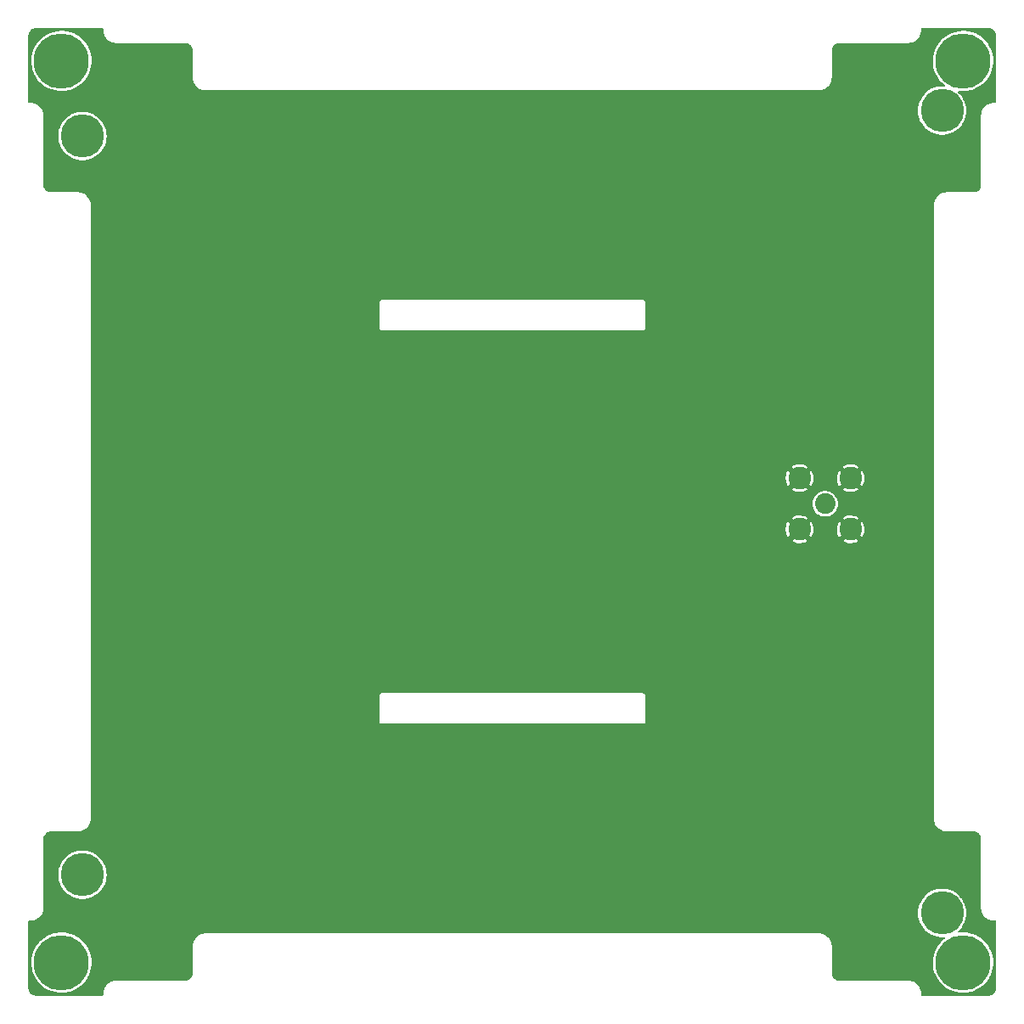
<source format=gtl>
G04 #@! TF.GenerationSoftware,KiCad,Pcbnew,(6.0.5-0)*
G04 #@! TF.CreationDate,2023-03-07T01:44:05-05:00*
G04 #@! TF.ProjectId,antenna-pcb,616e7465-6e6e-4612-9d70-63622e6b6963,3*
G04 #@! TF.SameCoordinates,Original*
G04 #@! TF.FileFunction,Copper,L1,Top*
G04 #@! TF.FilePolarity,Positive*
%FSLAX46Y46*%
G04 Gerber Fmt 4.6, Leading zero omitted, Abs format (unit mm)*
G04 Created by KiCad (PCBNEW (6.0.5-0)) date 2023-03-07 01:44:05*
%MOMM*%
%LPD*%
G01*
G04 APERTURE LIST*
G04 #@! TA.AperFunction,ComponentPad*
%ADD10C,5.500000*%
G04 #@! TD*
G04 #@! TA.AperFunction,ComponentPad*
%ADD11C,4.300000*%
G04 #@! TD*
G04 #@! TA.AperFunction,ComponentPad*
%ADD12C,2.050000*%
G04 #@! TD*
G04 #@! TA.AperFunction,ComponentPad*
%ADD13C,2.250000*%
G04 #@! TD*
G04 #@! TA.AperFunction,ViaPad*
%ADD14C,0.800000*%
G04 #@! TD*
G04 APERTURE END LIST*
D10*
G04 #@! TO.P,H4,1*
G04 #@! TO.N,N/C*
X163450000Y-143450000D03*
G04 #@! TD*
D11*
G04 #@! TO.P,H6,1*
G04 #@! TO.N,N/C*
X161364000Y-58495000D03*
G04 #@! TD*
D10*
G04 #@! TO.P,H1,1*
G04 #@! TO.N,N/C*
X73550000Y-53550000D03*
G04 #@! TD*
D11*
G04 #@! TO.P,H8,1*
G04 #@! TO.N,N/C*
X161364000Y-138505000D03*
G04 #@! TD*
G04 #@! TO.P,H7,1*
G04 #@! TO.N,N/C*
X75639000Y-134695000D03*
G04 #@! TD*
G04 #@! TO.P,H5,1*
G04 #@! TO.N,N/C*
X75639000Y-61035000D03*
G04 #@! TD*
D10*
G04 #@! TO.P,H3,1*
G04 #@! TO.N,N/C*
X73550000Y-143450000D03*
G04 #@! TD*
G04 #@! TO.P,H2,1*
G04 #@! TO.N,N/C*
X163450000Y-53550000D03*
G04 #@! TD*
D12*
G04 #@! TO.P,J1,1,In*
G04 #@! TO.N,Net-(J1-Pad1)*
X149700000Y-97700000D03*
D13*
G04 #@! TO.P,J1,2,Ext*
G04 #@! TO.N,GND*
X147150000Y-95150000D03*
X152250000Y-100250000D03*
X147150000Y-100250000D03*
X152250000Y-95150000D03*
G04 #@! TD*
D14*
G04 #@! TO.N,GND*
X143000000Y-101400000D03*
X154600000Y-104000000D03*
X156000000Y-92100000D03*
X159700000Y-110000000D03*
X157100000Y-98900000D03*
X152000000Y-93000000D03*
X136700000Y-99600000D03*
X135200000Y-94100000D03*
X151300000Y-111800000D03*
X102600000Y-115700000D03*
X143300000Y-103400000D03*
X127800000Y-94400000D03*
X159300000Y-88900000D03*
X152900000Y-89400000D03*
X150300000Y-93000000D03*
X125600000Y-103000000D03*
X139300000Y-94600000D03*
X156400000Y-85000000D03*
X147000000Y-88300000D03*
X142600000Y-99800000D03*
X102050000Y-113950000D03*
X144400000Y-102800000D03*
X101700000Y-104300000D03*
X119700000Y-103500000D03*
X139900000Y-92000000D03*
X128000000Y-99800000D03*
X115300000Y-100500000D03*
X111650000Y-99600000D03*
X100000000Y-115700000D03*
X152500000Y-106100000D03*
X142500000Y-107200000D03*
X104950000Y-100350000D03*
X119700000Y-101900000D03*
X104950000Y-96650000D03*
X156900000Y-101800000D03*
X152800000Y-102800000D03*
X108300000Y-98300000D03*
X100000000Y-113600000D03*
X155500000Y-89000000D03*
X136800000Y-110300000D03*
X156700000Y-111800000D03*
X138000000Y-87900000D03*
X156400000Y-110100000D03*
X144900000Y-90200000D03*
X134400000Y-86400000D03*
X113450000Y-102300000D03*
X113450000Y-98500000D03*
X108300000Y-101800000D03*
X145300000Y-105800000D03*
X155600000Y-94100000D03*
X143300000Y-89500000D03*
X147500000Y-91400000D03*
X151400000Y-104300000D03*
X145800000Y-91800000D03*
X155500000Y-108100000D03*
X108150000Y-94100000D03*
X148500000Y-93000000D03*
X149700000Y-94900000D03*
X108400000Y-104050000D03*
X151300000Y-89900000D03*
X106650000Y-103100000D03*
X135900000Y-102500000D03*
X141000000Y-104900000D03*
X145400000Y-84600000D03*
X104800000Y-94350000D03*
X138600000Y-107300000D03*
X99500000Y-90650000D03*
X99400000Y-81600000D03*
X123400000Y-98700000D03*
X144600000Y-104700000D03*
X104950000Y-102050000D03*
X149500000Y-90100000D03*
X134500000Y-89400000D03*
X99800000Y-103250000D03*
X122300000Y-97100000D03*
X139100000Y-84800000D03*
X103400000Y-101400000D03*
X111500000Y-93600000D03*
X101500000Y-87150000D03*
X116900000Y-93300000D03*
X138400000Y-108900000D03*
X143500000Y-108700000D03*
X140900000Y-108900000D03*
X133500000Y-105400000D03*
X158000000Y-94600000D03*
X101700000Y-96350000D03*
X135500000Y-105800000D03*
X109900000Y-95000000D03*
X144400000Y-106800000D03*
X125400000Y-101800000D03*
X141700000Y-88000000D03*
X117000000Y-95400000D03*
X99850000Y-93050000D03*
X153300000Y-110100000D03*
X150000000Y-86500000D03*
X154900000Y-102200000D03*
X146300000Y-89900000D03*
X122800000Y-94400000D03*
X155500000Y-87200000D03*
X115100000Y-103600000D03*
X144900000Y-100800000D03*
X159600000Y-98000000D03*
X102050000Y-112250000D03*
X151600000Y-88000000D03*
X108300000Y-96400000D03*
X159300000Y-102100000D03*
X104950000Y-98550000D03*
X115400000Y-98300000D03*
X120200000Y-94000000D03*
X137300000Y-94100000D03*
X149200000Y-91400000D03*
X143700000Y-86200000D03*
X99500000Y-84000000D03*
X149800000Y-105700000D03*
X101400000Y-84850000D03*
X99350000Y-88200000D03*
X120100000Y-95600000D03*
X160000000Y-93900000D03*
X138800000Y-89800000D03*
X117000000Y-99500000D03*
X110000000Y-102650000D03*
X109900000Y-96900000D03*
X157100000Y-93600000D03*
X120100000Y-97600000D03*
X146800000Y-86200000D03*
X139500000Y-102900000D03*
X159400000Y-111800000D03*
X144700000Y-111900000D03*
X111750000Y-103550000D03*
X153200000Y-87200000D03*
X135300000Y-108800000D03*
X148100000Y-106600000D03*
X143900000Y-93400000D03*
X115400000Y-96500000D03*
X101500000Y-91650000D03*
X148100000Y-89800000D03*
X135300000Y-100500000D03*
X138100000Y-101300000D03*
X99900000Y-105600000D03*
X134000000Y-91400000D03*
X149500000Y-88200000D03*
X106550000Y-95450000D03*
X106550000Y-97350000D03*
X149400000Y-102600000D03*
X152900000Y-91300000D03*
X113450000Y-100200000D03*
X154100000Y-111900000D03*
X103250000Y-95400000D03*
X128600000Y-101900000D03*
X140900000Y-101100000D03*
X148500000Y-104100000D03*
X150900000Y-102800000D03*
X146000000Y-103500000D03*
X154000000Y-92800000D03*
X136200000Y-89500000D03*
X101750000Y-94100000D03*
X151300000Y-85000000D03*
X137400000Y-86300000D03*
X138100000Y-103500000D03*
X148200000Y-108200000D03*
X149000000Y-110000000D03*
X109900000Y-98700000D03*
X113450000Y-96700000D03*
X101500000Y-81500000D03*
X119700000Y-99700000D03*
X150800000Y-110000000D03*
X137500000Y-95900000D03*
X159200000Y-104300000D03*
X135400000Y-91700000D03*
X103300000Y-103350000D03*
X113450000Y-94800000D03*
X126900000Y-98400000D03*
X123100000Y-103300000D03*
X143400000Y-94700000D03*
X155600000Y-105200000D03*
X136600000Y-107200000D03*
X111650000Y-101300000D03*
X138300000Y-111900000D03*
X144800000Y-87900000D03*
X158600000Y-92500000D03*
X142300000Y-91600000D03*
X121700000Y-99800000D03*
X106550000Y-100850000D03*
X134800000Y-95900000D03*
X117400000Y-97900000D03*
X154000000Y-106900000D03*
X99950000Y-108400000D03*
X159600000Y-91100000D03*
X157700000Y-90500000D03*
X146500000Y-105400000D03*
X100050000Y-110950000D03*
X139000000Y-99700000D03*
X157400000Y-103500000D03*
X105050000Y-104300000D03*
X144300000Y-101900000D03*
X157500000Y-106500000D03*
X106550000Y-99150000D03*
X116800000Y-103200000D03*
X115100000Y-94300000D03*
X144100000Y-92000000D03*
X101800000Y-107000000D03*
X99800000Y-98800000D03*
X159600000Y-106200000D03*
X137600000Y-91600000D03*
X154400000Y-90600000D03*
X101900000Y-109750000D03*
X122000000Y-101800000D03*
X99800000Y-95300000D03*
X134100000Y-110400000D03*
X136000000Y-85000000D03*
X145300000Y-93400000D03*
X111650000Y-95900000D03*
X158000000Y-87200000D03*
X144700000Y-95200000D03*
X129100000Y-98200000D03*
X159400000Y-95800000D03*
X125000000Y-94400000D03*
X103400000Y-99600000D03*
X146700000Y-107100000D03*
X150600000Y-107800000D03*
X108300000Y-100100000D03*
X148000000Y-105200000D03*
X140000000Y-86400000D03*
X109900000Y-100400000D03*
X148300000Y-84800000D03*
X152200000Y-108500000D03*
X137000000Y-105000000D03*
X133900000Y-107100000D03*
X99800000Y-97100000D03*
X101700000Y-99850000D03*
X135300000Y-111900000D03*
X141600000Y-103700000D03*
X101700000Y-98150000D03*
X99800000Y-100900000D03*
X159300000Y-99900000D03*
X101700000Y-101950000D03*
X135300000Y-87900000D03*
X117000000Y-101600000D03*
X142800000Y-105500000D03*
X101500000Y-89250000D03*
X149700000Y-100700000D03*
X157800000Y-97400000D03*
X142600000Y-110200000D03*
X145700000Y-110500000D03*
X106400000Y-93150000D03*
X103150000Y-92850000D03*
X147000000Y-92900000D03*
X140000000Y-106300000D03*
X153800000Y-85000000D03*
X141700000Y-84800000D03*
X154900000Y-100900000D03*
X159200000Y-85100000D03*
X103400000Y-97700000D03*
X133600000Y-94100000D03*
X125000000Y-97400000D03*
X139500000Y-110400000D03*
X99350000Y-86150000D03*
X158600000Y-108100000D03*
X151000000Y-91800000D03*
X156900000Y-96100000D03*
X127900000Y-96300000D03*
X134000000Y-103000000D03*
X140800000Y-89700000D03*
X141400000Y-96000000D03*
X147500000Y-102700000D03*
X101300000Y-82850000D03*
X141300000Y-111800000D03*
X125000000Y-99900000D03*
X146200000Y-108800000D03*
X111650000Y-97800000D03*
X141200000Y-93500000D03*
X148300000Y-111900000D03*
X127600000Y-103500000D03*
G04 #@! TD*
G04 #@! TA.AperFunction,Conductor*
G04 #@! TO.N,GND*
G36*
X77704031Y-50273713D02*
G01*
X77740576Y-50324013D01*
X77745500Y-50355100D01*
X77745500Y-50465025D01*
X77743567Y-50484650D01*
X77740514Y-50500000D01*
X77742346Y-50509209D01*
X77742447Y-50510492D01*
X77742447Y-50512490D01*
X77742811Y-50515123D01*
X77757114Y-50696854D01*
X77758037Y-50700700D01*
X77758038Y-50700704D01*
X77772890Y-50762565D01*
X77803210Y-50888860D01*
X77804723Y-50892512D01*
X77804724Y-50892516D01*
X77855604Y-51015350D01*
X77878776Y-51071292D01*
X77981950Y-51239657D01*
X78110192Y-51389808D01*
X78260343Y-51518050D01*
X78428708Y-51621224D01*
X78432357Y-51622735D01*
X78432356Y-51622735D01*
X78607484Y-51695276D01*
X78607488Y-51695277D01*
X78611140Y-51696790D01*
X78707143Y-51719838D01*
X78799296Y-51741962D01*
X78799300Y-51741963D01*
X78803146Y-51742886D01*
X78984877Y-51757189D01*
X78987510Y-51757553D01*
X78989508Y-51757553D01*
X78990791Y-51757654D01*
X79000000Y-51759486D01*
X79009718Y-51757553D01*
X79009719Y-51757553D01*
X79015350Y-51756433D01*
X79034975Y-51754500D01*
X85865025Y-51754500D01*
X85884650Y-51756433D01*
X85890281Y-51757553D01*
X85890282Y-51757553D01*
X85900000Y-51759486D01*
X85909717Y-51757553D01*
X85919627Y-51757553D01*
X85919627Y-51758202D01*
X85931616Y-51757614D01*
X86035582Y-51767854D01*
X86054923Y-51771702D01*
X86175806Y-51808371D01*
X86194026Y-51815918D01*
X86305440Y-51875470D01*
X86321838Y-51886426D01*
X86419489Y-51966566D01*
X86433434Y-51980511D01*
X86513574Y-52078162D01*
X86524530Y-52094560D01*
X86584082Y-52205974D01*
X86591629Y-52224194D01*
X86628298Y-52345077D01*
X86632146Y-52364418D01*
X86642386Y-52468384D01*
X86641798Y-52480373D01*
X86642447Y-52480373D01*
X86642447Y-52490283D01*
X86640514Y-52500000D01*
X86642447Y-52509718D01*
X86642447Y-52509719D01*
X86643567Y-52515350D01*
X86645500Y-52534975D01*
X86645500Y-55165025D01*
X86643567Y-55184650D01*
X86640514Y-55200000D01*
X86642346Y-55209209D01*
X86642447Y-55210492D01*
X86642447Y-55212490D01*
X86642811Y-55215123D01*
X86657114Y-55396854D01*
X86703210Y-55588860D01*
X86704723Y-55592512D01*
X86704724Y-55592516D01*
X86760491Y-55727148D01*
X86778776Y-55771292D01*
X86881950Y-55939657D01*
X87010192Y-56089808D01*
X87160343Y-56218050D01*
X87328708Y-56321224D01*
X87332357Y-56322735D01*
X87332356Y-56322735D01*
X87507484Y-56395276D01*
X87507488Y-56395277D01*
X87511140Y-56396790D01*
X87607143Y-56419838D01*
X87699296Y-56441962D01*
X87699300Y-56441963D01*
X87703146Y-56442886D01*
X87884877Y-56457189D01*
X87887510Y-56457553D01*
X87889508Y-56457553D01*
X87890791Y-56457654D01*
X87900000Y-56459486D01*
X87909718Y-56457553D01*
X87909719Y-56457553D01*
X87915350Y-56456433D01*
X87934975Y-56454500D01*
X149065025Y-56454500D01*
X149084650Y-56456433D01*
X149090281Y-56457553D01*
X149090282Y-56457553D01*
X149100000Y-56459486D01*
X149109209Y-56457654D01*
X149110492Y-56457553D01*
X149112490Y-56457553D01*
X149115123Y-56457189D01*
X149296854Y-56442886D01*
X149300700Y-56441963D01*
X149300704Y-56441962D01*
X149392857Y-56419838D01*
X149488860Y-56396790D01*
X149492512Y-56395277D01*
X149492516Y-56395276D01*
X149667644Y-56322735D01*
X149667643Y-56322735D01*
X149671292Y-56321224D01*
X149839657Y-56218050D01*
X149989808Y-56089808D01*
X150118050Y-55939657D01*
X150221224Y-55771292D01*
X150239509Y-55727148D01*
X150295276Y-55592516D01*
X150295277Y-55592512D01*
X150296790Y-55588860D01*
X150342886Y-55396854D01*
X150357189Y-55215123D01*
X150357553Y-55212490D01*
X150357553Y-55210492D01*
X150357654Y-55209209D01*
X150359486Y-55200000D01*
X150356433Y-55184650D01*
X150354500Y-55165025D01*
X150354500Y-52534975D01*
X150356433Y-52515350D01*
X150357553Y-52509719D01*
X150357553Y-52509718D01*
X150359486Y-52500000D01*
X150357553Y-52490283D01*
X150357553Y-52480373D01*
X150358202Y-52480373D01*
X150357614Y-52468384D01*
X150367854Y-52364418D01*
X150371702Y-52345077D01*
X150408371Y-52224194D01*
X150415918Y-52205974D01*
X150475470Y-52094560D01*
X150486426Y-52078162D01*
X150566566Y-51980511D01*
X150580511Y-51966566D01*
X150678162Y-51886426D01*
X150694560Y-51875470D01*
X150805974Y-51815918D01*
X150824194Y-51808371D01*
X150945077Y-51771702D01*
X150964418Y-51767854D01*
X151068384Y-51757614D01*
X151080373Y-51758202D01*
X151080373Y-51757553D01*
X151090283Y-51757553D01*
X151100000Y-51759486D01*
X151109718Y-51757553D01*
X151109719Y-51757553D01*
X151115350Y-51756433D01*
X151134975Y-51754500D01*
X157965025Y-51754500D01*
X157984650Y-51756433D01*
X157990281Y-51757553D01*
X157990282Y-51757553D01*
X158000000Y-51759486D01*
X158009209Y-51757654D01*
X158010492Y-51757553D01*
X158012490Y-51757553D01*
X158015123Y-51757189D01*
X158196854Y-51742886D01*
X158200700Y-51741963D01*
X158200704Y-51741962D01*
X158292857Y-51719838D01*
X158388860Y-51696790D01*
X158392512Y-51695277D01*
X158392516Y-51695276D01*
X158567644Y-51622735D01*
X158567643Y-51622735D01*
X158571292Y-51621224D01*
X158739657Y-51518050D01*
X158889808Y-51389808D01*
X159018050Y-51239657D01*
X159121224Y-51071292D01*
X159144396Y-51015350D01*
X159195276Y-50892516D01*
X159195277Y-50892512D01*
X159196790Y-50888860D01*
X159227110Y-50762565D01*
X159241962Y-50700704D01*
X159241963Y-50700700D01*
X159242886Y-50696854D01*
X159257189Y-50515123D01*
X159257553Y-50512490D01*
X159257553Y-50510492D01*
X159257654Y-50509209D01*
X159259486Y-50500000D01*
X159256433Y-50484650D01*
X159254500Y-50465025D01*
X159254500Y-50355100D01*
X159273713Y-50295969D01*
X159324013Y-50259424D01*
X159355100Y-50254500D01*
X165965025Y-50254500D01*
X165984650Y-50256433D01*
X165990281Y-50257553D01*
X165990282Y-50257553D01*
X166000000Y-50259486D01*
X166009717Y-50257553D01*
X166019627Y-50257553D01*
X166019627Y-50258202D01*
X166031616Y-50257614D01*
X166135582Y-50267854D01*
X166154923Y-50271702D01*
X166275806Y-50308371D01*
X166294026Y-50315918D01*
X166405440Y-50375470D01*
X166421838Y-50386426D01*
X166519489Y-50466566D01*
X166533432Y-50480509D01*
X166541452Y-50490281D01*
X166613574Y-50578162D01*
X166624530Y-50594560D01*
X166684082Y-50705974D01*
X166691629Y-50724194D01*
X166728298Y-50845077D01*
X166732146Y-50864418D01*
X166742386Y-50968384D01*
X166741798Y-50980373D01*
X166742447Y-50980373D01*
X166742447Y-50990283D01*
X166740514Y-51000000D01*
X166742447Y-51009718D01*
X166742447Y-51009719D01*
X166743567Y-51015350D01*
X166745500Y-51034975D01*
X166745500Y-57644900D01*
X166726287Y-57704031D01*
X166675987Y-57740576D01*
X166644900Y-57745500D01*
X166534975Y-57745500D01*
X166515350Y-57743567D01*
X166509719Y-57742447D01*
X166509718Y-57742447D01*
X166500000Y-57740514D01*
X166490791Y-57742346D01*
X166489508Y-57742447D01*
X166487510Y-57742447D01*
X166484877Y-57742811D01*
X166303146Y-57757114D01*
X166299300Y-57758037D01*
X166299296Y-57758038D01*
X166207143Y-57780162D01*
X166111140Y-57803210D01*
X166107488Y-57804723D01*
X166107484Y-57804724D01*
X165955058Y-57867861D01*
X165928708Y-57878776D01*
X165760343Y-57981950D01*
X165610192Y-58110192D01*
X165481950Y-58260343D01*
X165378776Y-58428708D01*
X165303210Y-58611140D01*
X165302286Y-58614990D01*
X165259358Y-58793800D01*
X165257114Y-58803146D01*
X165242941Y-58983235D01*
X165242812Y-58984873D01*
X165242447Y-58987510D01*
X165242447Y-58989508D01*
X165242346Y-58990791D01*
X165240514Y-59000000D01*
X165242447Y-59009718D01*
X165242447Y-59009719D01*
X165243567Y-59015350D01*
X165245500Y-59034975D01*
X165245500Y-65865025D01*
X165243567Y-65884650D01*
X165240514Y-65900000D01*
X165242447Y-65909717D01*
X165242447Y-65919627D01*
X165241798Y-65919627D01*
X165242386Y-65931616D01*
X165232146Y-66035582D01*
X165228298Y-66054923D01*
X165191629Y-66175806D01*
X165184082Y-66194026D01*
X165124530Y-66305440D01*
X165113574Y-66321838D01*
X165033434Y-66419489D01*
X165019489Y-66433434D01*
X164921838Y-66513574D01*
X164905440Y-66524530D01*
X164794026Y-66584082D01*
X164775806Y-66591629D01*
X164654923Y-66628298D01*
X164635582Y-66632146D01*
X164531616Y-66642386D01*
X164519627Y-66641798D01*
X164519627Y-66642447D01*
X164509717Y-66642447D01*
X164500000Y-66640514D01*
X164490282Y-66642447D01*
X164490281Y-66642447D01*
X164484650Y-66643567D01*
X164465025Y-66645500D01*
X161834975Y-66645500D01*
X161815350Y-66643567D01*
X161809719Y-66642447D01*
X161809718Y-66642447D01*
X161800000Y-66640514D01*
X161790791Y-66642346D01*
X161789508Y-66642447D01*
X161787510Y-66642447D01*
X161784877Y-66642811D01*
X161603146Y-66657114D01*
X161599300Y-66658037D01*
X161599296Y-66658038D01*
X161507143Y-66680162D01*
X161411140Y-66703210D01*
X161407488Y-66704723D01*
X161407484Y-66704724D01*
X161255058Y-66767861D01*
X161228708Y-66778776D01*
X161060343Y-66881950D01*
X160910192Y-67010192D01*
X160781950Y-67160343D01*
X160678776Y-67328708D01*
X160603210Y-67511140D01*
X160557114Y-67703146D01*
X160556804Y-67707089D01*
X160542812Y-67884873D01*
X160542447Y-67887510D01*
X160542447Y-67889508D01*
X160542346Y-67890791D01*
X160540514Y-67900000D01*
X160542447Y-67909718D01*
X160542447Y-67909719D01*
X160543567Y-67915350D01*
X160545500Y-67934975D01*
X160545500Y-129065025D01*
X160543567Y-129084650D01*
X160540514Y-129100000D01*
X160542346Y-129109209D01*
X160542447Y-129110492D01*
X160542447Y-129112490D01*
X160542811Y-129115123D01*
X160557114Y-129296854D01*
X160603210Y-129488860D01*
X160678776Y-129671292D01*
X160781950Y-129839657D01*
X160910192Y-129989808D01*
X161060343Y-130118050D01*
X161228708Y-130221224D01*
X161232357Y-130222735D01*
X161232356Y-130222735D01*
X161407484Y-130295276D01*
X161407488Y-130295277D01*
X161411140Y-130296790D01*
X161507143Y-130319838D01*
X161599296Y-130341962D01*
X161599300Y-130341963D01*
X161603146Y-130342886D01*
X161784877Y-130357189D01*
X161787510Y-130357553D01*
X161789508Y-130357553D01*
X161790791Y-130357654D01*
X161800000Y-130359486D01*
X161809718Y-130357553D01*
X161809719Y-130357553D01*
X161815350Y-130356433D01*
X161834975Y-130354500D01*
X164465025Y-130354500D01*
X164484650Y-130356433D01*
X164490281Y-130357553D01*
X164490282Y-130357553D01*
X164500000Y-130359486D01*
X164509717Y-130357553D01*
X164519627Y-130357553D01*
X164519627Y-130358202D01*
X164531616Y-130357614D01*
X164635582Y-130367854D01*
X164654923Y-130371702D01*
X164775806Y-130408371D01*
X164794026Y-130415918D01*
X164905440Y-130475470D01*
X164921838Y-130486426D01*
X165019489Y-130566566D01*
X165033434Y-130580511D01*
X165113574Y-130678162D01*
X165124530Y-130694560D01*
X165184082Y-130805974D01*
X165191629Y-130824194D01*
X165228298Y-130945077D01*
X165232146Y-130964418D01*
X165242386Y-131068384D01*
X165241798Y-131080373D01*
X165242447Y-131080373D01*
X165242447Y-131090283D01*
X165240514Y-131100000D01*
X165242447Y-131109718D01*
X165242447Y-131109719D01*
X165243567Y-131115350D01*
X165245500Y-131134975D01*
X165245500Y-137965025D01*
X165243567Y-137984650D01*
X165240514Y-138000000D01*
X165242346Y-138009209D01*
X165242447Y-138010492D01*
X165242447Y-138012490D01*
X165242811Y-138015123D01*
X165257114Y-138196854D01*
X165258037Y-138200700D01*
X165258038Y-138200704D01*
X165278345Y-138285290D01*
X165303210Y-138388860D01*
X165378776Y-138571292D01*
X165481950Y-138739657D01*
X165610192Y-138889808D01*
X165760343Y-139018050D01*
X165928708Y-139121224D01*
X165932357Y-139122735D01*
X165932356Y-139122735D01*
X166107484Y-139195276D01*
X166107488Y-139195277D01*
X166111140Y-139196790D01*
X166207143Y-139219838D01*
X166299296Y-139241962D01*
X166299300Y-139241963D01*
X166303146Y-139242886D01*
X166484877Y-139257189D01*
X166487510Y-139257553D01*
X166489508Y-139257553D01*
X166490791Y-139257654D01*
X166500000Y-139259486D01*
X166509718Y-139257553D01*
X166509719Y-139257553D01*
X166515350Y-139256433D01*
X166534975Y-139254500D01*
X166644900Y-139254500D01*
X166704031Y-139273713D01*
X166740576Y-139324013D01*
X166745500Y-139355100D01*
X166745500Y-145965025D01*
X166743567Y-145984650D01*
X166740514Y-146000000D01*
X166742447Y-146009717D01*
X166742447Y-146019627D01*
X166741798Y-146019627D01*
X166742386Y-146031616D01*
X166732146Y-146135582D01*
X166728298Y-146154923D01*
X166691629Y-146275806D01*
X166684082Y-146294026D01*
X166624530Y-146405440D01*
X166613574Y-146421838D01*
X166601905Y-146436057D01*
X166536831Y-146515350D01*
X166533434Y-146519489D01*
X166519489Y-146533434D01*
X166421838Y-146613574D01*
X166405440Y-146624530D01*
X166294026Y-146684082D01*
X166275806Y-146691629D01*
X166154923Y-146728298D01*
X166135582Y-146732146D01*
X166031616Y-146742386D01*
X166019627Y-146741798D01*
X166019627Y-146742447D01*
X166009717Y-146742447D01*
X166000000Y-146740514D01*
X165990282Y-146742447D01*
X165990281Y-146742447D01*
X165984650Y-146743567D01*
X165965025Y-146745500D01*
X159355100Y-146745500D01*
X159295969Y-146726287D01*
X159259424Y-146675987D01*
X159254500Y-146644900D01*
X159254500Y-146534975D01*
X159256433Y-146515350D01*
X159257553Y-146509719D01*
X159257553Y-146509718D01*
X159259486Y-146500000D01*
X159257654Y-146490791D01*
X159257553Y-146489508D01*
X159257553Y-146487510D01*
X159257188Y-146484873D01*
X159257059Y-146483235D01*
X159242886Y-146303146D01*
X159240256Y-146292188D01*
X159207301Y-146154923D01*
X159196790Y-146111140D01*
X159157699Y-146016765D01*
X159122735Y-145932356D01*
X159121224Y-145928708D01*
X159018050Y-145760343D01*
X158889808Y-145610192D01*
X158739657Y-145481950D01*
X158571292Y-145378776D01*
X158544942Y-145367861D01*
X158392516Y-145304724D01*
X158392512Y-145304723D01*
X158388860Y-145303210D01*
X158292857Y-145280162D01*
X158200704Y-145258038D01*
X158200700Y-145258037D01*
X158196854Y-145257114D01*
X158015123Y-145242811D01*
X158012490Y-145242447D01*
X158010492Y-145242447D01*
X158009209Y-145242346D01*
X158000000Y-145240514D01*
X157990282Y-145242447D01*
X157990281Y-145242447D01*
X157984650Y-145243567D01*
X157965025Y-145245500D01*
X151134975Y-145245500D01*
X151115350Y-145243567D01*
X151109719Y-145242447D01*
X151109718Y-145242447D01*
X151100000Y-145240514D01*
X151090283Y-145242447D01*
X151080373Y-145242447D01*
X151080373Y-145241798D01*
X151068384Y-145242386D01*
X150964418Y-145232146D01*
X150945077Y-145228298D01*
X150824194Y-145191629D01*
X150805974Y-145184082D01*
X150694560Y-145124530D01*
X150678162Y-145113574D01*
X150580511Y-145033434D01*
X150566566Y-145019489D01*
X150486426Y-144921838D01*
X150475470Y-144905440D01*
X150415918Y-144794026D01*
X150408371Y-144775806D01*
X150371702Y-144654923D01*
X150367854Y-144635582D01*
X150357614Y-144531616D01*
X150358202Y-144519627D01*
X150357553Y-144519627D01*
X150357553Y-144509717D01*
X150359486Y-144500000D01*
X150356433Y-144484650D01*
X150354500Y-144465025D01*
X150354500Y-141834975D01*
X150356433Y-141815350D01*
X150357553Y-141809719D01*
X150357553Y-141809718D01*
X150359486Y-141800000D01*
X150357654Y-141790791D01*
X150357553Y-141789508D01*
X150357553Y-141787510D01*
X150357188Y-141784873D01*
X150357059Y-141783235D01*
X150342886Y-141603146D01*
X150296790Y-141411140D01*
X150221224Y-141228708D01*
X150134353Y-141086947D01*
X150120114Y-141063711D01*
X150120113Y-141063710D01*
X150118050Y-141060343D01*
X149989808Y-140910192D01*
X149839657Y-140781950D01*
X149671292Y-140678776D01*
X149644942Y-140667861D01*
X149492516Y-140604724D01*
X149492512Y-140604723D01*
X149488860Y-140603210D01*
X149384376Y-140578126D01*
X149300704Y-140558038D01*
X149300700Y-140558037D01*
X149296854Y-140557114D01*
X149115123Y-140542811D01*
X149112490Y-140542447D01*
X149110492Y-140542447D01*
X149109209Y-140542346D01*
X149100000Y-140540514D01*
X149090282Y-140542447D01*
X149090281Y-140542447D01*
X149084650Y-140543567D01*
X149065025Y-140545500D01*
X87934975Y-140545500D01*
X87915350Y-140543567D01*
X87909719Y-140542447D01*
X87909718Y-140542447D01*
X87900000Y-140540514D01*
X87890791Y-140542346D01*
X87889508Y-140542447D01*
X87887510Y-140542447D01*
X87884877Y-140542811D01*
X87703146Y-140557114D01*
X87699300Y-140558037D01*
X87699296Y-140558038D01*
X87615624Y-140578126D01*
X87511140Y-140603210D01*
X87507488Y-140604723D01*
X87507484Y-140604724D01*
X87355058Y-140667861D01*
X87328708Y-140678776D01*
X87160343Y-140781950D01*
X87010192Y-140910192D01*
X86881950Y-141060343D01*
X86879887Y-141063710D01*
X86879886Y-141063711D01*
X86865647Y-141086947D01*
X86778776Y-141228708D01*
X86703210Y-141411140D01*
X86657114Y-141603146D01*
X86642941Y-141783235D01*
X86642812Y-141784873D01*
X86642447Y-141787510D01*
X86642447Y-141789508D01*
X86642346Y-141790791D01*
X86640514Y-141800000D01*
X86642447Y-141809718D01*
X86642447Y-141809719D01*
X86643567Y-141815350D01*
X86645500Y-141834975D01*
X86645500Y-144465025D01*
X86643567Y-144484650D01*
X86640514Y-144500000D01*
X86642447Y-144509717D01*
X86642447Y-144519627D01*
X86641798Y-144519627D01*
X86642386Y-144531616D01*
X86632146Y-144635582D01*
X86628298Y-144654923D01*
X86591629Y-144775806D01*
X86584082Y-144794026D01*
X86524530Y-144905440D01*
X86513574Y-144921838D01*
X86433434Y-145019489D01*
X86419489Y-145033434D01*
X86321838Y-145113574D01*
X86305440Y-145124530D01*
X86194026Y-145184082D01*
X86175806Y-145191629D01*
X86054923Y-145228298D01*
X86035582Y-145232146D01*
X85931616Y-145242386D01*
X85919627Y-145241798D01*
X85919627Y-145242447D01*
X85909717Y-145242447D01*
X85900000Y-145240514D01*
X85890282Y-145242447D01*
X85890281Y-145242447D01*
X85884650Y-145243567D01*
X85865025Y-145245500D01*
X79034975Y-145245500D01*
X79015350Y-145243567D01*
X79009719Y-145242447D01*
X79009718Y-145242447D01*
X79000000Y-145240514D01*
X78990791Y-145242346D01*
X78989508Y-145242447D01*
X78987510Y-145242447D01*
X78984877Y-145242811D01*
X78803146Y-145257114D01*
X78799300Y-145258037D01*
X78799296Y-145258038D01*
X78707143Y-145280162D01*
X78611140Y-145303210D01*
X78607488Y-145304723D01*
X78607484Y-145304724D01*
X78455058Y-145367861D01*
X78428708Y-145378776D01*
X78260343Y-145481950D01*
X78110192Y-145610192D01*
X77981950Y-145760343D01*
X77878776Y-145928708D01*
X77877265Y-145932356D01*
X77842302Y-146016765D01*
X77803210Y-146111140D01*
X77792699Y-146154923D01*
X77759745Y-146292188D01*
X77757114Y-146303146D01*
X77742941Y-146483235D01*
X77742812Y-146484873D01*
X77742447Y-146487510D01*
X77742447Y-146489508D01*
X77742346Y-146490791D01*
X77740514Y-146500000D01*
X77742447Y-146509718D01*
X77742447Y-146509719D01*
X77743567Y-146515350D01*
X77745500Y-146534975D01*
X77745500Y-146644900D01*
X77726287Y-146704031D01*
X77675987Y-146740576D01*
X77644900Y-146745500D01*
X71034975Y-146745500D01*
X71015350Y-146743567D01*
X71009719Y-146742447D01*
X71009718Y-146742447D01*
X71000000Y-146740514D01*
X70990283Y-146742447D01*
X70980373Y-146742447D01*
X70980373Y-146741798D01*
X70968384Y-146742386D01*
X70864418Y-146732146D01*
X70845077Y-146728298D01*
X70724194Y-146691629D01*
X70705974Y-146684082D01*
X70594560Y-146624530D01*
X70578162Y-146613574D01*
X70480511Y-146533434D01*
X70466566Y-146519489D01*
X70463170Y-146515350D01*
X70398095Y-146436057D01*
X70386426Y-146421838D01*
X70375470Y-146405440D01*
X70315918Y-146294026D01*
X70308371Y-146275806D01*
X70271702Y-146154923D01*
X70267854Y-146135582D01*
X70257614Y-146031616D01*
X70258202Y-146019627D01*
X70257553Y-146019627D01*
X70257553Y-146009717D01*
X70259486Y-146000000D01*
X70256433Y-145984650D01*
X70254500Y-145965025D01*
X70254500Y-143355466D01*
X70541893Y-143355466D01*
X70550963Y-143701836D01*
X70599784Y-144044868D01*
X70600521Y-144047678D01*
X70600522Y-144047682D01*
X70671929Y-144319868D01*
X70687708Y-144380015D01*
X70813570Y-144702835D01*
X70975703Y-145009050D01*
X71171956Y-145294600D01*
X71173860Y-145296783D01*
X71173865Y-145296789D01*
X71358103Y-145507984D01*
X71399729Y-145555701D01*
X71656002Y-145788892D01*
X71658347Y-145790577D01*
X71928428Y-145984650D01*
X71937380Y-145991083D01*
X72240132Y-146159592D01*
X72560246Y-146292188D01*
X72563031Y-146292981D01*
X72563033Y-146292982D01*
X72612557Y-146307089D01*
X72893478Y-146387111D01*
X73235412Y-146443105D01*
X73454757Y-146453449D01*
X73578608Y-146459290D01*
X73578610Y-146459290D01*
X73581516Y-146459427D01*
X73850539Y-146441086D01*
X73924313Y-146436057D01*
X73924314Y-146436057D01*
X73927202Y-146435860D01*
X73930048Y-146435332D01*
X73930052Y-146435332D01*
X74265030Y-146373248D01*
X74265035Y-146373247D01*
X74267888Y-146372718D01*
X74366544Y-146342367D01*
X74596302Y-146271685D01*
X74596310Y-146271682D01*
X74599060Y-146270836D01*
X74916326Y-146131566D01*
X75215483Y-145956753D01*
X75492564Y-145748714D01*
X75743898Y-145510207D01*
X75966153Y-145244394D01*
X76120745Y-145009050D01*
X76154797Y-144957211D01*
X76154800Y-144957207D01*
X76156383Y-144954796D01*
X76181207Y-144905440D01*
X76246406Y-144775806D01*
X76312067Y-144645253D01*
X76315606Y-144635582D01*
X76430146Y-144322588D01*
X76430148Y-144322582D01*
X76431141Y-144319868D01*
X76512027Y-143982953D01*
X76553653Y-143638974D01*
X76559592Y-143450000D01*
X76539647Y-143104086D01*
X76480075Y-142762757D01*
X76381667Y-142430537D01*
X76245727Y-142111830D01*
X76199304Y-142030441D01*
X76121329Y-141893738D01*
X76074056Y-141810859D01*
X75868930Y-141531614D01*
X75800205Y-141457656D01*
X75635047Y-141279925D01*
X75633069Y-141277796D01*
X75627281Y-141272852D01*
X75371809Y-141054659D01*
X75371807Y-141054657D01*
X75369597Y-141052770D01*
X75082007Y-140859518D01*
X75028936Y-140832126D01*
X74776681Y-140701927D01*
X74776674Y-140701924D01*
X74774111Y-140700601D01*
X74516374Y-140603210D01*
X74452701Y-140579150D01*
X74449991Y-140578126D01*
X74447180Y-140577420D01*
X74447177Y-140577419D01*
X74116761Y-140494424D01*
X74116755Y-140494423D01*
X74113941Y-140493716D01*
X74111059Y-140493337D01*
X74111056Y-140493336D01*
X73939201Y-140470711D01*
X73770417Y-140448490D01*
X73623172Y-140446177D01*
X73426866Y-140443093D01*
X73426858Y-140443093D01*
X73423971Y-140443048D01*
X73201087Y-140465295D01*
X73082069Y-140477174D01*
X73082065Y-140477175D01*
X73079196Y-140477461D01*
X72740661Y-140551274D01*
X72412853Y-140663507D01*
X72100118Y-140812674D01*
X72097668Y-140814211D01*
X71809056Y-140995257D01*
X71809052Y-140995260D01*
X71806600Y-140996798D01*
X71804342Y-140998607D01*
X71804335Y-140998612D01*
X71716695Y-141068825D01*
X71536190Y-141213437D01*
X71477394Y-141272852D01*
X71344165Y-141407484D01*
X71292472Y-141459721D01*
X71290685Y-141462000D01*
X71139699Y-141654560D01*
X71078676Y-141732385D01*
X71077165Y-141734850D01*
X71077162Y-141734855D01*
X70899149Y-142025346D01*
X70897636Y-142027815D01*
X70751752Y-142342095D01*
X70750840Y-142344852D01*
X70750839Y-142344855D01*
X70721582Y-142433319D01*
X70642957Y-142671060D01*
X70642369Y-142673899D01*
X70642368Y-142673903D01*
X70623375Y-142765620D01*
X70572694Y-143010350D01*
X70572437Y-143013234D01*
X70572436Y-143013238D01*
X70559169Y-143161898D01*
X70541893Y-143355466D01*
X70254500Y-143355466D01*
X70254500Y-139355100D01*
X70273713Y-139295969D01*
X70324013Y-139259424D01*
X70355100Y-139254500D01*
X70465025Y-139254500D01*
X70484650Y-139256433D01*
X70490281Y-139257553D01*
X70490282Y-139257553D01*
X70500000Y-139259486D01*
X70509209Y-139257654D01*
X70510492Y-139257553D01*
X70512490Y-139257553D01*
X70515123Y-139257189D01*
X70696854Y-139242886D01*
X70700700Y-139241963D01*
X70700704Y-139241962D01*
X70792857Y-139219838D01*
X70888860Y-139196790D01*
X70892512Y-139195277D01*
X70892516Y-139195276D01*
X71067644Y-139122735D01*
X71067643Y-139122735D01*
X71071292Y-139121224D01*
X71239657Y-139018050D01*
X71389808Y-138889808D01*
X71518050Y-138739657D01*
X71621224Y-138571292D01*
X71648683Y-138505000D01*
X158954746Y-138505000D01*
X158954945Y-138508163D01*
X158969564Y-138740514D01*
X158973744Y-138806960D01*
X159030437Y-139104157D01*
X159123932Y-139391906D01*
X159252755Y-139665667D01*
X159414873Y-139921124D01*
X159607729Y-140154248D01*
X159828284Y-140361362D01*
X159830834Y-140363215D01*
X159830838Y-140363218D01*
X159948143Y-140448445D01*
X160073057Y-140539200D01*
X160338190Y-140684958D01*
X160341133Y-140686123D01*
X160341141Y-140686127D01*
X160616552Y-140795170D01*
X160616555Y-140795171D01*
X160619500Y-140796337D01*
X160622555Y-140797121D01*
X160622563Y-140797124D01*
X160846834Y-140854706D01*
X160912551Y-140871579D01*
X160915670Y-140871973D01*
X160915675Y-140871974D01*
X161209584Y-140909104D01*
X161209591Y-140909104D01*
X161212722Y-140909500D01*
X161515278Y-140909500D01*
X161518416Y-140909104D01*
X161521573Y-140908905D01*
X161521634Y-140909881D01*
X161578978Y-140920827D01*
X161621533Y-140966156D01*
X161629318Y-141027841D01*
X161599358Y-141082320D01*
X161593410Y-141087480D01*
X161436190Y-141213437D01*
X161377394Y-141272852D01*
X161244165Y-141407484D01*
X161192472Y-141459721D01*
X161190685Y-141462000D01*
X161039699Y-141654560D01*
X160978676Y-141732385D01*
X160977165Y-141734850D01*
X160977162Y-141734855D01*
X160799149Y-142025346D01*
X160797636Y-142027815D01*
X160651752Y-142342095D01*
X160650840Y-142344852D01*
X160650839Y-142344855D01*
X160621582Y-142433319D01*
X160542957Y-142671060D01*
X160542369Y-142673899D01*
X160542368Y-142673903D01*
X160523375Y-142765620D01*
X160472694Y-143010350D01*
X160472437Y-143013234D01*
X160472436Y-143013238D01*
X160459169Y-143161898D01*
X160441893Y-143355466D01*
X160450963Y-143701836D01*
X160499784Y-144044868D01*
X160500521Y-144047678D01*
X160500522Y-144047682D01*
X160571929Y-144319868D01*
X160587708Y-144380015D01*
X160713570Y-144702835D01*
X160875703Y-145009050D01*
X161071956Y-145294600D01*
X161073860Y-145296783D01*
X161073865Y-145296789D01*
X161258103Y-145507984D01*
X161299729Y-145555701D01*
X161556002Y-145788892D01*
X161558347Y-145790577D01*
X161828428Y-145984650D01*
X161837380Y-145991083D01*
X162140132Y-146159592D01*
X162460246Y-146292188D01*
X162463031Y-146292981D01*
X162463033Y-146292982D01*
X162512557Y-146307089D01*
X162793478Y-146387111D01*
X163135412Y-146443105D01*
X163354757Y-146453449D01*
X163478608Y-146459290D01*
X163478610Y-146459290D01*
X163481516Y-146459427D01*
X163750539Y-146441086D01*
X163824313Y-146436057D01*
X163824314Y-146436057D01*
X163827202Y-146435860D01*
X163830048Y-146435332D01*
X163830052Y-146435332D01*
X164165030Y-146373248D01*
X164165035Y-146373247D01*
X164167888Y-146372718D01*
X164266544Y-146342367D01*
X164496302Y-146271685D01*
X164496310Y-146271682D01*
X164499060Y-146270836D01*
X164816326Y-146131566D01*
X165115483Y-145956753D01*
X165392564Y-145748714D01*
X165643898Y-145510207D01*
X165866153Y-145244394D01*
X166020745Y-145009050D01*
X166054797Y-144957211D01*
X166054800Y-144957207D01*
X166056383Y-144954796D01*
X166081207Y-144905440D01*
X166146406Y-144775806D01*
X166212067Y-144645253D01*
X166215606Y-144635582D01*
X166330146Y-144322588D01*
X166330148Y-144322582D01*
X166331141Y-144319868D01*
X166412027Y-143982953D01*
X166453653Y-143638974D01*
X166459592Y-143450000D01*
X166439647Y-143104086D01*
X166380075Y-142762757D01*
X166281667Y-142430537D01*
X166145727Y-142111830D01*
X166099304Y-142030441D01*
X166021329Y-141893738D01*
X165974056Y-141810859D01*
X165768930Y-141531614D01*
X165700205Y-141457656D01*
X165535047Y-141279925D01*
X165533069Y-141277796D01*
X165527281Y-141272852D01*
X165271809Y-141054659D01*
X165271807Y-141054657D01*
X165269597Y-141052770D01*
X164982007Y-140859518D01*
X164928936Y-140832126D01*
X164676681Y-140701927D01*
X164676674Y-140701924D01*
X164674111Y-140700601D01*
X164416374Y-140603210D01*
X164352701Y-140579150D01*
X164349991Y-140578126D01*
X164347180Y-140577420D01*
X164347177Y-140577419D01*
X164016761Y-140494424D01*
X164016755Y-140494423D01*
X164013941Y-140493716D01*
X164011059Y-140493337D01*
X164011056Y-140493336D01*
X163839201Y-140470711D01*
X163670417Y-140448490D01*
X163523172Y-140446177D01*
X163326866Y-140443093D01*
X163326858Y-140443093D01*
X163323971Y-140443048D01*
X163186270Y-140456792D01*
X163046819Y-140470711D01*
X162986072Y-140457466D01*
X162944712Y-140411044D01*
X162938537Y-140349177D01*
X162967963Y-140297274D01*
X163117963Y-140156415D01*
X163120271Y-140154248D01*
X163313127Y-139921124D01*
X163475245Y-139665667D01*
X163604068Y-139391906D01*
X163697563Y-139104157D01*
X163754256Y-138806960D01*
X163758437Y-138740514D01*
X163773055Y-138508163D01*
X163773254Y-138505000D01*
X163754256Y-138203040D01*
X163697563Y-137905843D01*
X163604068Y-137618094D01*
X163475245Y-137344333D01*
X163313127Y-137088876D01*
X163290545Y-137061579D01*
X163122285Y-136858186D01*
X163122281Y-136858182D01*
X163120271Y-136855752D01*
X162899716Y-136648638D01*
X162897166Y-136646785D01*
X162897162Y-136646782D01*
X162657500Y-136472658D01*
X162654943Y-136470800D01*
X162389810Y-136325042D01*
X162386867Y-136323877D01*
X162386859Y-136323873D01*
X162111448Y-136214830D01*
X162111445Y-136214829D01*
X162108500Y-136213663D01*
X162105445Y-136212879D01*
X162105437Y-136212876D01*
X161881166Y-136155294D01*
X161815449Y-136138421D01*
X161812330Y-136138027D01*
X161812325Y-136138026D01*
X161518416Y-136100896D01*
X161518409Y-136100896D01*
X161515278Y-136100500D01*
X161212722Y-136100500D01*
X161209591Y-136100896D01*
X161209584Y-136100896D01*
X160915675Y-136138026D01*
X160915670Y-136138027D01*
X160912551Y-136138421D01*
X160846835Y-136155294D01*
X160622563Y-136212876D01*
X160622555Y-136212879D01*
X160619500Y-136213663D01*
X160616555Y-136214829D01*
X160616552Y-136214830D01*
X160341141Y-136323873D01*
X160341133Y-136323877D01*
X160338190Y-136325042D01*
X160073057Y-136470800D01*
X160070500Y-136472658D01*
X159830838Y-136646782D01*
X159830834Y-136646785D01*
X159828284Y-136648638D01*
X159607729Y-136855752D01*
X159605719Y-136858182D01*
X159605715Y-136858186D01*
X159437455Y-137061579D01*
X159414873Y-137088876D01*
X159252755Y-137344333D01*
X159123932Y-137618094D01*
X159030437Y-137905843D01*
X158973744Y-138203040D01*
X158954746Y-138505000D01*
X71648683Y-138505000D01*
X71696790Y-138388860D01*
X71721655Y-138285290D01*
X71741962Y-138200704D01*
X71741963Y-138200700D01*
X71742886Y-138196854D01*
X71757189Y-138015123D01*
X71757553Y-138012490D01*
X71757553Y-138010492D01*
X71757654Y-138009209D01*
X71759486Y-138000000D01*
X71756433Y-137984650D01*
X71754500Y-137965025D01*
X71754500Y-134695000D01*
X73229746Y-134695000D01*
X73248744Y-134996960D01*
X73305437Y-135294157D01*
X73398932Y-135581906D01*
X73527755Y-135855667D01*
X73689873Y-136111124D01*
X73691884Y-136113555D01*
X73691887Y-136113559D01*
X73775666Y-136214830D01*
X73882729Y-136344248D01*
X74103284Y-136551362D01*
X74105834Y-136553215D01*
X74105838Y-136553218D01*
X74234618Y-136646782D01*
X74348057Y-136729200D01*
X74613190Y-136874958D01*
X74616133Y-136876123D01*
X74616141Y-136876127D01*
X74891552Y-136985170D01*
X74891555Y-136985171D01*
X74894500Y-136986337D01*
X74897555Y-136987121D01*
X74897563Y-136987124D01*
X75121834Y-137044706D01*
X75187551Y-137061579D01*
X75190670Y-137061973D01*
X75190675Y-137061974D01*
X75484584Y-137099104D01*
X75484591Y-137099104D01*
X75487722Y-137099500D01*
X75790278Y-137099500D01*
X75793409Y-137099104D01*
X75793416Y-137099104D01*
X76087325Y-137061974D01*
X76087330Y-137061973D01*
X76090449Y-137061579D01*
X76156166Y-137044706D01*
X76380437Y-136987124D01*
X76380445Y-136987121D01*
X76383500Y-136986337D01*
X76386445Y-136985171D01*
X76386448Y-136985170D01*
X76661859Y-136876127D01*
X76661867Y-136876123D01*
X76664810Y-136874958D01*
X76929943Y-136729200D01*
X77043382Y-136646782D01*
X77172162Y-136553218D01*
X77172166Y-136553215D01*
X77174716Y-136551362D01*
X77395271Y-136344248D01*
X77502335Y-136214830D01*
X77586113Y-136113559D01*
X77586116Y-136113555D01*
X77588127Y-136111124D01*
X77750245Y-135855667D01*
X77879068Y-135581906D01*
X77972563Y-135294157D01*
X78029256Y-134996960D01*
X78048254Y-134695000D01*
X78029256Y-134393040D01*
X77972563Y-134095843D01*
X77879068Y-133808094D01*
X77750245Y-133534333D01*
X77588127Y-133278876D01*
X77395271Y-133045752D01*
X77174716Y-132838638D01*
X77172166Y-132836785D01*
X77172162Y-132836782D01*
X76932500Y-132662658D01*
X76929943Y-132660800D01*
X76664810Y-132515042D01*
X76661867Y-132513877D01*
X76661859Y-132513873D01*
X76386448Y-132404830D01*
X76386445Y-132404829D01*
X76383500Y-132403663D01*
X76380445Y-132402879D01*
X76380437Y-132402876D01*
X76156166Y-132345294D01*
X76090449Y-132328421D01*
X76087330Y-132328027D01*
X76087325Y-132328026D01*
X75793416Y-132290896D01*
X75793409Y-132290896D01*
X75790278Y-132290500D01*
X75487722Y-132290500D01*
X75484591Y-132290896D01*
X75484584Y-132290896D01*
X75190675Y-132328026D01*
X75190670Y-132328027D01*
X75187551Y-132328421D01*
X75121834Y-132345294D01*
X74897563Y-132402876D01*
X74897555Y-132402879D01*
X74894500Y-132403663D01*
X74891555Y-132404829D01*
X74891552Y-132404830D01*
X74616141Y-132513873D01*
X74616133Y-132513877D01*
X74613190Y-132515042D01*
X74348057Y-132660800D01*
X74345500Y-132662658D01*
X74105838Y-132836782D01*
X74105834Y-132836785D01*
X74103284Y-132838638D01*
X73882729Y-133045752D01*
X73689873Y-133278876D01*
X73527755Y-133534333D01*
X73398932Y-133808094D01*
X73305437Y-134095843D01*
X73248744Y-134393040D01*
X73229746Y-134695000D01*
X71754500Y-134695000D01*
X71754500Y-131134975D01*
X71756433Y-131115350D01*
X71757553Y-131109719D01*
X71757553Y-131109718D01*
X71759486Y-131100000D01*
X71757553Y-131090283D01*
X71757553Y-131080373D01*
X71758202Y-131080373D01*
X71757614Y-131068384D01*
X71767854Y-130964418D01*
X71771702Y-130945077D01*
X71808371Y-130824194D01*
X71815918Y-130805974D01*
X71875470Y-130694560D01*
X71886426Y-130678162D01*
X71966566Y-130580511D01*
X71980511Y-130566566D01*
X72078162Y-130486426D01*
X72094560Y-130475470D01*
X72205974Y-130415918D01*
X72224194Y-130408371D01*
X72345077Y-130371702D01*
X72364418Y-130367854D01*
X72468384Y-130357614D01*
X72480373Y-130358202D01*
X72480373Y-130357553D01*
X72490283Y-130357553D01*
X72500000Y-130359486D01*
X72509718Y-130357553D01*
X72509719Y-130357553D01*
X72515350Y-130356433D01*
X72534975Y-130354500D01*
X75165025Y-130354500D01*
X75184650Y-130356433D01*
X75190281Y-130357553D01*
X75190282Y-130357553D01*
X75200000Y-130359486D01*
X75209209Y-130357654D01*
X75210492Y-130357553D01*
X75212490Y-130357553D01*
X75215123Y-130357189D01*
X75396854Y-130342886D01*
X75400700Y-130341963D01*
X75400704Y-130341962D01*
X75492857Y-130319838D01*
X75588860Y-130296790D01*
X75592512Y-130295277D01*
X75592516Y-130295276D01*
X75767644Y-130222735D01*
X75767643Y-130222735D01*
X75771292Y-130221224D01*
X75939657Y-130118050D01*
X76089808Y-129989808D01*
X76218050Y-129839657D01*
X76321224Y-129671292D01*
X76396790Y-129488860D01*
X76442886Y-129296854D01*
X76457189Y-129115123D01*
X76457553Y-129112490D01*
X76457553Y-129110492D01*
X76457654Y-129109209D01*
X76459486Y-129100000D01*
X76456433Y-129084650D01*
X76454500Y-129065025D01*
X76454500Y-119389873D01*
X105240096Y-119389873D01*
X105245082Y-119414940D01*
X105259848Y-119489174D01*
X105316098Y-119573357D01*
X105400281Y-119629607D01*
X105499582Y-119649359D01*
X105509300Y-119647426D01*
X105509301Y-119647426D01*
X105514932Y-119646306D01*
X105534557Y-119644373D01*
X131464651Y-119644373D01*
X131484276Y-119646306D01*
X131489907Y-119647426D01*
X131489908Y-119647426D01*
X131499626Y-119649359D01*
X131598927Y-119629607D01*
X131683110Y-119573357D01*
X131739360Y-119489174D01*
X131754126Y-119414940D01*
X131759112Y-119389873D01*
X131756059Y-119374523D01*
X131754126Y-119354898D01*
X131754126Y-116885340D01*
X131756059Y-116865715D01*
X131757179Y-116860084D01*
X131757179Y-116860083D01*
X131759112Y-116850365D01*
X131739360Y-116751064D01*
X131683110Y-116666881D01*
X131598927Y-116610631D01*
X131524693Y-116595865D01*
X131499626Y-116590879D01*
X131489908Y-116592812D01*
X131489907Y-116592812D01*
X131484276Y-116593932D01*
X131464651Y-116595865D01*
X105534557Y-116595865D01*
X105514932Y-116593932D01*
X105509301Y-116592812D01*
X105509300Y-116592812D01*
X105499582Y-116590879D01*
X105474515Y-116595865D01*
X105400281Y-116610631D01*
X105316098Y-116666881D01*
X105259848Y-116751064D01*
X105240096Y-116850365D01*
X105242029Y-116860083D01*
X105242029Y-116860084D01*
X105243149Y-116865715D01*
X105245082Y-116885340D01*
X105245082Y-119354898D01*
X105243149Y-119374523D01*
X105240096Y-119389873D01*
X76454500Y-119389873D01*
X76454500Y-101390591D01*
X146374124Y-101390591D01*
X146381051Y-101397929D01*
X146548547Y-101495806D01*
X146555970Y-101499362D01*
X146760096Y-101577310D01*
X146768001Y-101579607D01*
X146982116Y-101623169D01*
X146990287Y-101624143D01*
X147208638Y-101632150D01*
X147216866Y-101631777D01*
X147433602Y-101604012D01*
X147441646Y-101602302D01*
X147650942Y-101539510D01*
X147658587Y-101536514D01*
X147854828Y-101440377D01*
X147861882Y-101436172D01*
X147916078Y-101397514D01*
X147921200Y-101390591D01*
X151474124Y-101390591D01*
X151481051Y-101397929D01*
X151648547Y-101495806D01*
X151655970Y-101499362D01*
X151860096Y-101577310D01*
X151868001Y-101579607D01*
X152082116Y-101623169D01*
X152090287Y-101624143D01*
X152308638Y-101632150D01*
X152316866Y-101631777D01*
X152533602Y-101604012D01*
X152541646Y-101602302D01*
X152750942Y-101539510D01*
X152758587Y-101536514D01*
X152954828Y-101440377D01*
X152961882Y-101436172D01*
X153016078Y-101397514D01*
X153024140Y-101386618D01*
X153024148Y-101385740D01*
X153020473Y-101379684D01*
X152261268Y-100620478D01*
X152249189Y-100614323D01*
X152244077Y-100615133D01*
X151479841Y-101379370D01*
X151474124Y-101390591D01*
X147921200Y-101390591D01*
X147924140Y-101386618D01*
X147924148Y-101385740D01*
X147920473Y-101379684D01*
X147161268Y-100620478D01*
X147149189Y-100614323D01*
X147144077Y-100615133D01*
X146379841Y-101379370D01*
X146374124Y-101390591D01*
X76454500Y-101390591D01*
X76454500Y-100220318D01*
X145766925Y-100220318D01*
X145779503Y-100438459D01*
X145780646Y-100446598D01*
X145828686Y-100659768D01*
X145831145Y-100667613D01*
X145913355Y-100870070D01*
X145917060Y-100877407D01*
X146002328Y-101016551D01*
X146012171Y-101024957D01*
X146020492Y-101020297D01*
X146779522Y-100261268D01*
X146784850Y-100250811D01*
X147514323Y-100250811D01*
X147515133Y-100255923D01*
X148277066Y-101017855D01*
X148289144Y-101024009D01*
X148290106Y-101023856D01*
X148295360Y-101019345D01*
X148333677Y-100966023D01*
X148337912Y-100958975D01*
X148434729Y-100763080D01*
X148437756Y-100755435D01*
X148501275Y-100546369D01*
X148503015Y-100538320D01*
X148531725Y-100320247D01*
X148532139Y-100314925D01*
X148533661Y-100252669D01*
X148533507Y-100247342D01*
X148531285Y-100220318D01*
X150866925Y-100220318D01*
X150879503Y-100438459D01*
X150880646Y-100446598D01*
X150928686Y-100659768D01*
X150931145Y-100667613D01*
X151013355Y-100870070D01*
X151017060Y-100877407D01*
X151102328Y-101016551D01*
X151112171Y-101024957D01*
X151120492Y-101020297D01*
X151879522Y-100261268D01*
X151884850Y-100250811D01*
X152614323Y-100250811D01*
X152615133Y-100255923D01*
X153377066Y-101017855D01*
X153389144Y-101024009D01*
X153390106Y-101023856D01*
X153395360Y-101019345D01*
X153433677Y-100966023D01*
X153437912Y-100958975D01*
X153534729Y-100763080D01*
X153537756Y-100755435D01*
X153601275Y-100546369D01*
X153603015Y-100538320D01*
X153631725Y-100320247D01*
X153632139Y-100314925D01*
X153633661Y-100252669D01*
X153633507Y-100247342D01*
X153615484Y-100028117D01*
X153614140Y-100019995D01*
X153560907Y-99808072D01*
X153558258Y-99800290D01*
X153471130Y-99599907D01*
X153467240Y-99592652D01*
X153397065Y-99484178D01*
X153386710Y-99475762D01*
X153379015Y-99480196D01*
X152620478Y-100238732D01*
X152614323Y-100250811D01*
X151884850Y-100250811D01*
X151885677Y-100249189D01*
X151884867Y-100244077D01*
X151123192Y-99482403D01*
X151111114Y-99476249D01*
X151110809Y-99476297D01*
X151104787Y-99481597D01*
X151049180Y-99563115D01*
X151045121Y-99570260D01*
X150953123Y-99768454D01*
X150950278Y-99776187D01*
X150891888Y-99986737D01*
X150890345Y-99994823D01*
X150867126Y-100212083D01*
X150866925Y-100220318D01*
X148531285Y-100220318D01*
X148515484Y-100028117D01*
X148514140Y-100019995D01*
X148460907Y-99808072D01*
X148458258Y-99800290D01*
X148371130Y-99599907D01*
X148367240Y-99592652D01*
X148297065Y-99484178D01*
X148286710Y-99475762D01*
X148279015Y-99480196D01*
X147520478Y-100238732D01*
X147514323Y-100250811D01*
X146784850Y-100250811D01*
X146785677Y-100249189D01*
X146784867Y-100244077D01*
X146023192Y-99482403D01*
X146011114Y-99476249D01*
X146010809Y-99476297D01*
X146004787Y-99481597D01*
X145949180Y-99563115D01*
X145945121Y-99570260D01*
X145853123Y-99768454D01*
X145850278Y-99776187D01*
X145791888Y-99986737D01*
X145790345Y-99994823D01*
X145767126Y-100212083D01*
X145766925Y-100220318D01*
X76454500Y-100220318D01*
X76454500Y-99112501D01*
X146375138Y-99112501D01*
X146375162Y-99114043D01*
X146378324Y-99119113D01*
X147138732Y-99879522D01*
X147150811Y-99885677D01*
X147155923Y-99884867D01*
X147919885Y-99120904D01*
X147924167Y-99112501D01*
X151475138Y-99112501D01*
X151475162Y-99114043D01*
X151478324Y-99119113D01*
X152238732Y-99879522D01*
X152250811Y-99885677D01*
X152255923Y-99884867D01*
X153019885Y-99120904D01*
X153026039Y-99108826D01*
X153025694Y-99106650D01*
X153022611Y-99102890D01*
X153018986Y-99100027D01*
X153012125Y-99095468D01*
X152820834Y-98989870D01*
X152813331Y-98986499D01*
X152607357Y-98913559D01*
X152599403Y-98911457D01*
X152384288Y-98873140D01*
X152376086Y-98872364D01*
X152157610Y-98869696D01*
X152149389Y-98870270D01*
X151933409Y-98903320D01*
X151925399Y-98905228D01*
X151717713Y-98973110D01*
X151710118Y-98976303D01*
X151516304Y-99077196D01*
X151509346Y-99081578D01*
X151482933Y-99101410D01*
X151475138Y-99112501D01*
X147924167Y-99112501D01*
X147926039Y-99108826D01*
X147925694Y-99106650D01*
X147922611Y-99102890D01*
X147918986Y-99100027D01*
X147912125Y-99095468D01*
X147720834Y-98989870D01*
X147713331Y-98986499D01*
X147507357Y-98913559D01*
X147499403Y-98911457D01*
X147284288Y-98873140D01*
X147276086Y-98872364D01*
X147057610Y-98869696D01*
X147049389Y-98870270D01*
X146833409Y-98903320D01*
X146825399Y-98905228D01*
X146617713Y-98973110D01*
X146610118Y-98976303D01*
X146416304Y-99077196D01*
X146409346Y-99081578D01*
X146382933Y-99101410D01*
X146375138Y-99112501D01*
X76454500Y-99112501D01*
X76454500Y-97700000D01*
X148415613Y-97700000D01*
X148435126Y-97923031D01*
X148493071Y-98139286D01*
X148587688Y-98342193D01*
X148716102Y-98525588D01*
X148874412Y-98683898D01*
X148878006Y-98686415D01*
X148878009Y-98686417D01*
X148966109Y-98748105D01*
X149057806Y-98812312D01*
X149260714Y-98906929D01*
X149398866Y-98943947D01*
X149472721Y-98963736D01*
X149472724Y-98963736D01*
X149476969Y-98964874D01*
X149700000Y-98984387D01*
X149923031Y-98964874D01*
X149927276Y-98963736D01*
X149927279Y-98963736D01*
X150001134Y-98943947D01*
X150139286Y-98906929D01*
X150342194Y-98812312D01*
X150433891Y-98748105D01*
X150521991Y-98686417D01*
X150521994Y-98686415D01*
X150525588Y-98683898D01*
X150683898Y-98525588D01*
X150812312Y-98342193D01*
X150906929Y-98139286D01*
X150964874Y-97923031D01*
X150984387Y-97700000D01*
X150964874Y-97476969D01*
X150906929Y-97260714D01*
X150812312Y-97057807D01*
X150683898Y-96874412D01*
X150525588Y-96716102D01*
X150521994Y-96713585D01*
X150521991Y-96713583D01*
X150433891Y-96651895D01*
X150342194Y-96587688D01*
X150139286Y-96493071D01*
X150001134Y-96456053D01*
X149927279Y-96436264D01*
X149927276Y-96436264D01*
X149923031Y-96435126D01*
X149700000Y-96415613D01*
X149476969Y-96435126D01*
X149472724Y-96436264D01*
X149472721Y-96436264D01*
X149398866Y-96456053D01*
X149260714Y-96493071D01*
X149057807Y-96587688D01*
X148966109Y-96651895D01*
X148878009Y-96713583D01*
X148878006Y-96713585D01*
X148874412Y-96716102D01*
X148716102Y-96874412D01*
X148587688Y-97057807D01*
X148493071Y-97260714D01*
X148435126Y-97476969D01*
X148415613Y-97700000D01*
X76454500Y-97700000D01*
X76454500Y-96290591D01*
X146374124Y-96290591D01*
X146381051Y-96297929D01*
X146548547Y-96395806D01*
X146555970Y-96399362D01*
X146760096Y-96477310D01*
X146768001Y-96479607D01*
X146982116Y-96523169D01*
X146990287Y-96524143D01*
X147208638Y-96532150D01*
X147216866Y-96531777D01*
X147433602Y-96504012D01*
X147441646Y-96502302D01*
X147650942Y-96439510D01*
X147658587Y-96436514D01*
X147854828Y-96340377D01*
X147861882Y-96336172D01*
X147916078Y-96297514D01*
X147921200Y-96290591D01*
X151474124Y-96290591D01*
X151481051Y-96297929D01*
X151648547Y-96395806D01*
X151655970Y-96399362D01*
X151860096Y-96477310D01*
X151868001Y-96479607D01*
X152082116Y-96523169D01*
X152090287Y-96524143D01*
X152308638Y-96532150D01*
X152316866Y-96531777D01*
X152533602Y-96504012D01*
X152541646Y-96502302D01*
X152750942Y-96439510D01*
X152758587Y-96436514D01*
X152954828Y-96340377D01*
X152961882Y-96336172D01*
X153016078Y-96297514D01*
X153024140Y-96286618D01*
X153024148Y-96285740D01*
X153020473Y-96279684D01*
X152261268Y-95520478D01*
X152249189Y-95514323D01*
X152244077Y-95515133D01*
X151479841Y-96279370D01*
X151474124Y-96290591D01*
X147921200Y-96290591D01*
X147924140Y-96286618D01*
X147924148Y-96285740D01*
X147920473Y-96279684D01*
X147161268Y-95520478D01*
X147149189Y-95514323D01*
X147144077Y-95515133D01*
X146379841Y-96279370D01*
X146374124Y-96290591D01*
X76454500Y-96290591D01*
X76454500Y-95120318D01*
X145766925Y-95120318D01*
X145779503Y-95338459D01*
X145780646Y-95346598D01*
X145828686Y-95559768D01*
X145831145Y-95567613D01*
X145913355Y-95770070D01*
X145917060Y-95777407D01*
X146002328Y-95916551D01*
X146012171Y-95924957D01*
X146020492Y-95920297D01*
X146779522Y-95161268D01*
X146784850Y-95150811D01*
X147514323Y-95150811D01*
X147515133Y-95155923D01*
X148277066Y-95917855D01*
X148289144Y-95924009D01*
X148290106Y-95923856D01*
X148295360Y-95919345D01*
X148333677Y-95866023D01*
X148337912Y-95858975D01*
X148434729Y-95663080D01*
X148437756Y-95655435D01*
X148501275Y-95446369D01*
X148503015Y-95438320D01*
X148531725Y-95220247D01*
X148532139Y-95214925D01*
X148533661Y-95152669D01*
X148533507Y-95147342D01*
X148531285Y-95120318D01*
X150866925Y-95120318D01*
X150879503Y-95338459D01*
X150880646Y-95346598D01*
X150928686Y-95559768D01*
X150931145Y-95567613D01*
X151013355Y-95770070D01*
X151017060Y-95777407D01*
X151102328Y-95916551D01*
X151112171Y-95924957D01*
X151120492Y-95920297D01*
X151879522Y-95161268D01*
X151884850Y-95150811D01*
X152614323Y-95150811D01*
X152615133Y-95155923D01*
X153377066Y-95917855D01*
X153389144Y-95924009D01*
X153390106Y-95923856D01*
X153395360Y-95919345D01*
X153433677Y-95866023D01*
X153437912Y-95858975D01*
X153534729Y-95663080D01*
X153537756Y-95655435D01*
X153601275Y-95446369D01*
X153603015Y-95438320D01*
X153631725Y-95220247D01*
X153632139Y-95214925D01*
X153633661Y-95152669D01*
X153633507Y-95147342D01*
X153615484Y-94928117D01*
X153614140Y-94919995D01*
X153560907Y-94708072D01*
X153558258Y-94700290D01*
X153471130Y-94499907D01*
X153467240Y-94492652D01*
X153397065Y-94384178D01*
X153386710Y-94375762D01*
X153379015Y-94380196D01*
X152620478Y-95138732D01*
X152614323Y-95150811D01*
X151884850Y-95150811D01*
X151885677Y-95149189D01*
X151884867Y-95144077D01*
X151123192Y-94382403D01*
X151111114Y-94376249D01*
X151110809Y-94376297D01*
X151104787Y-94381597D01*
X151049180Y-94463115D01*
X151045121Y-94470260D01*
X150953123Y-94668454D01*
X150950278Y-94676187D01*
X150891888Y-94886737D01*
X150890345Y-94894823D01*
X150867126Y-95112083D01*
X150866925Y-95120318D01*
X148531285Y-95120318D01*
X148515484Y-94928117D01*
X148514140Y-94919995D01*
X148460907Y-94708072D01*
X148458258Y-94700290D01*
X148371130Y-94499907D01*
X148367240Y-94492652D01*
X148297065Y-94384178D01*
X148286710Y-94375762D01*
X148279015Y-94380196D01*
X147520478Y-95138732D01*
X147514323Y-95150811D01*
X146784850Y-95150811D01*
X146785677Y-95149189D01*
X146784867Y-95144077D01*
X146023192Y-94382403D01*
X146011114Y-94376249D01*
X146010809Y-94376297D01*
X146004787Y-94381597D01*
X145949180Y-94463115D01*
X145945121Y-94470260D01*
X145853123Y-94668454D01*
X145850278Y-94676187D01*
X145791888Y-94886737D01*
X145790345Y-94894823D01*
X145767126Y-95112083D01*
X145766925Y-95120318D01*
X76454500Y-95120318D01*
X76454500Y-94012501D01*
X146375138Y-94012501D01*
X146375162Y-94014043D01*
X146378324Y-94019113D01*
X147138732Y-94779522D01*
X147150811Y-94785677D01*
X147155923Y-94784867D01*
X147919885Y-94020904D01*
X147924167Y-94012501D01*
X151475138Y-94012501D01*
X151475162Y-94014043D01*
X151478324Y-94019113D01*
X152238732Y-94779522D01*
X152250811Y-94785677D01*
X152255923Y-94784867D01*
X153019885Y-94020904D01*
X153026039Y-94008826D01*
X153025694Y-94006650D01*
X153022611Y-94002890D01*
X153018986Y-94000027D01*
X153012125Y-93995468D01*
X152820834Y-93889870D01*
X152813331Y-93886499D01*
X152607357Y-93813559D01*
X152599403Y-93811457D01*
X152384288Y-93773140D01*
X152376086Y-93772364D01*
X152157610Y-93769696D01*
X152149389Y-93770270D01*
X151933409Y-93803320D01*
X151925399Y-93805228D01*
X151717713Y-93873110D01*
X151710118Y-93876303D01*
X151516304Y-93977196D01*
X151509346Y-93981578D01*
X151482933Y-94001410D01*
X151475138Y-94012501D01*
X147924167Y-94012501D01*
X147926039Y-94008826D01*
X147925694Y-94006650D01*
X147922611Y-94002890D01*
X147918986Y-94000027D01*
X147912125Y-93995468D01*
X147720834Y-93889870D01*
X147713331Y-93886499D01*
X147507357Y-93813559D01*
X147499403Y-93811457D01*
X147284288Y-93773140D01*
X147276086Y-93772364D01*
X147057610Y-93769696D01*
X147049389Y-93770270D01*
X146833409Y-93803320D01*
X146825399Y-93805228D01*
X146617713Y-93873110D01*
X146610118Y-93876303D01*
X146416304Y-93977196D01*
X146409346Y-93981578D01*
X146382933Y-94001410D01*
X146375138Y-94012501D01*
X76454500Y-94012501D01*
X76454500Y-80150000D01*
X105240514Y-80150000D01*
X105245500Y-80175067D01*
X105260266Y-80249301D01*
X105316516Y-80333484D01*
X105400699Y-80389734D01*
X105500000Y-80409486D01*
X105509718Y-80407553D01*
X105509719Y-80407553D01*
X105515350Y-80406433D01*
X105534975Y-80404500D01*
X131466155Y-80404500D01*
X131485780Y-80406433D01*
X131491411Y-80407553D01*
X131491412Y-80407553D01*
X131501130Y-80409486D01*
X131600431Y-80389734D01*
X131684614Y-80333484D01*
X131740864Y-80249301D01*
X131755630Y-80175067D01*
X131760616Y-80150000D01*
X131757563Y-80134650D01*
X131755630Y-80115025D01*
X131755630Y-77646278D01*
X131757563Y-77626653D01*
X131758683Y-77621022D01*
X131758683Y-77621021D01*
X131760616Y-77611303D01*
X131740864Y-77512002D01*
X131684614Y-77427819D01*
X131600431Y-77371569D01*
X131526197Y-77356803D01*
X131501130Y-77351817D01*
X131491412Y-77353750D01*
X131491411Y-77353750D01*
X131485780Y-77354870D01*
X131466155Y-77356803D01*
X105534975Y-77356803D01*
X105515350Y-77354870D01*
X105509719Y-77353750D01*
X105509718Y-77353750D01*
X105500000Y-77351817D01*
X105474933Y-77356803D01*
X105400699Y-77371569D01*
X105316516Y-77427819D01*
X105260266Y-77512002D01*
X105240514Y-77611303D01*
X105242447Y-77621021D01*
X105242447Y-77621022D01*
X105243567Y-77626653D01*
X105245500Y-77646278D01*
X105245500Y-80115025D01*
X105243567Y-80134650D01*
X105240514Y-80150000D01*
X76454500Y-80150000D01*
X76454500Y-67934975D01*
X76456433Y-67915350D01*
X76457553Y-67909719D01*
X76457553Y-67909718D01*
X76459486Y-67900000D01*
X76457654Y-67890791D01*
X76457553Y-67889508D01*
X76457553Y-67887510D01*
X76457188Y-67884873D01*
X76443196Y-67707089D01*
X76442886Y-67703146D01*
X76396790Y-67511140D01*
X76321224Y-67328708D01*
X76218050Y-67160343D01*
X76089808Y-67010192D01*
X75939657Y-66881950D01*
X75771292Y-66778776D01*
X75744942Y-66767861D01*
X75592516Y-66704724D01*
X75592512Y-66704723D01*
X75588860Y-66703210D01*
X75492857Y-66680162D01*
X75400704Y-66658038D01*
X75400700Y-66658037D01*
X75396854Y-66657114D01*
X75215123Y-66642811D01*
X75212490Y-66642447D01*
X75210492Y-66642447D01*
X75209209Y-66642346D01*
X75200000Y-66640514D01*
X75190282Y-66642447D01*
X75190281Y-66642447D01*
X75184650Y-66643567D01*
X75165025Y-66645500D01*
X72534975Y-66645500D01*
X72515350Y-66643567D01*
X72509719Y-66642447D01*
X72509718Y-66642447D01*
X72500000Y-66640514D01*
X72490283Y-66642447D01*
X72480373Y-66642447D01*
X72480373Y-66641798D01*
X72468384Y-66642386D01*
X72364418Y-66632146D01*
X72345077Y-66628298D01*
X72224194Y-66591629D01*
X72205974Y-66584082D01*
X72094560Y-66524530D01*
X72078162Y-66513574D01*
X71980511Y-66433434D01*
X71966566Y-66419489D01*
X71886426Y-66321838D01*
X71875470Y-66305440D01*
X71815918Y-66194026D01*
X71808371Y-66175806D01*
X71771702Y-66054923D01*
X71767854Y-66035582D01*
X71757614Y-65931616D01*
X71758202Y-65919627D01*
X71757553Y-65919627D01*
X71757553Y-65909717D01*
X71759486Y-65900000D01*
X71756433Y-65884650D01*
X71754500Y-65865025D01*
X71754500Y-61035000D01*
X73229746Y-61035000D01*
X73248744Y-61336960D01*
X73305437Y-61634157D01*
X73398932Y-61921906D01*
X73527755Y-62195667D01*
X73689873Y-62451124D01*
X73882729Y-62684248D01*
X74103284Y-62891362D01*
X74105834Y-62893215D01*
X74105838Y-62893218D01*
X74259248Y-63004677D01*
X74348057Y-63069200D01*
X74613190Y-63214958D01*
X74616133Y-63216123D01*
X74616141Y-63216127D01*
X74891552Y-63325170D01*
X74891555Y-63325171D01*
X74894500Y-63326337D01*
X74897555Y-63327121D01*
X74897563Y-63327124D01*
X75121834Y-63384706D01*
X75187551Y-63401579D01*
X75190670Y-63401973D01*
X75190675Y-63401974D01*
X75484584Y-63439104D01*
X75484591Y-63439104D01*
X75487722Y-63439500D01*
X75790278Y-63439500D01*
X75793409Y-63439104D01*
X75793416Y-63439104D01*
X76087325Y-63401974D01*
X76087330Y-63401973D01*
X76090449Y-63401579D01*
X76156166Y-63384706D01*
X76380437Y-63327124D01*
X76380445Y-63327121D01*
X76383500Y-63326337D01*
X76386445Y-63325171D01*
X76386448Y-63325170D01*
X76661859Y-63216127D01*
X76661867Y-63216123D01*
X76664810Y-63214958D01*
X76929943Y-63069200D01*
X77018752Y-63004677D01*
X77172162Y-62893218D01*
X77172166Y-62893215D01*
X77174716Y-62891362D01*
X77395271Y-62684248D01*
X77588127Y-62451124D01*
X77750245Y-62195667D01*
X77879068Y-61921906D01*
X77972563Y-61634157D01*
X78029256Y-61336960D01*
X78048254Y-61035000D01*
X78029256Y-60733040D01*
X77972563Y-60435843D01*
X77879068Y-60148094D01*
X77835640Y-60055806D01*
X77751596Y-59877203D01*
X77751593Y-59877197D01*
X77750245Y-59874333D01*
X77588127Y-59618876D01*
X77395271Y-59385752D01*
X77174716Y-59178638D01*
X77172166Y-59176785D01*
X77172162Y-59176782D01*
X76976981Y-59034975D01*
X76929943Y-59000800D01*
X76664810Y-58855042D01*
X76661867Y-58853877D01*
X76661859Y-58853873D01*
X76386448Y-58744830D01*
X76386445Y-58744829D01*
X76383500Y-58743663D01*
X76380445Y-58742879D01*
X76380437Y-58742876D01*
X76156166Y-58685294D01*
X76090449Y-58668421D01*
X76087330Y-58668027D01*
X76087325Y-58668026D01*
X75793416Y-58630896D01*
X75793409Y-58630896D01*
X75790278Y-58630500D01*
X75487722Y-58630500D01*
X75484591Y-58630896D01*
X75484584Y-58630896D01*
X75190675Y-58668026D01*
X75190670Y-58668027D01*
X75187551Y-58668421D01*
X75121834Y-58685294D01*
X74897563Y-58742876D01*
X74897555Y-58742879D01*
X74894500Y-58743663D01*
X74891555Y-58744829D01*
X74891552Y-58744830D01*
X74616141Y-58853873D01*
X74616133Y-58853877D01*
X74613190Y-58855042D01*
X74348057Y-59000800D01*
X74301019Y-59034975D01*
X74105838Y-59176782D01*
X74105834Y-59176785D01*
X74103284Y-59178638D01*
X73882729Y-59385752D01*
X73689873Y-59618876D01*
X73527755Y-59874333D01*
X73526407Y-59877197D01*
X73526404Y-59877203D01*
X73442360Y-60055806D01*
X73398932Y-60148094D01*
X73305437Y-60435843D01*
X73248744Y-60733040D01*
X73229746Y-61035000D01*
X71754500Y-61035000D01*
X71754500Y-59034975D01*
X71756433Y-59015350D01*
X71757553Y-59009719D01*
X71757553Y-59009718D01*
X71759486Y-59000000D01*
X71757654Y-58990791D01*
X71757553Y-58989508D01*
X71757553Y-58987510D01*
X71757188Y-58984873D01*
X71757059Y-58983235D01*
X71742886Y-58803146D01*
X71740643Y-58793800D01*
X71697714Y-58614990D01*
X71696790Y-58611140D01*
X71648683Y-58495000D01*
X158954746Y-58495000D01*
X158973744Y-58796960D01*
X159030437Y-59094157D01*
X159123932Y-59381906D01*
X159125279Y-59384768D01*
X159236701Y-59621550D01*
X159252755Y-59655667D01*
X159414873Y-59911124D01*
X159607729Y-60144248D01*
X159828284Y-60351362D01*
X159830834Y-60353215D01*
X159830838Y-60353218D01*
X159940423Y-60432836D01*
X160073057Y-60529200D01*
X160338190Y-60674958D01*
X160341133Y-60676123D01*
X160341141Y-60676127D01*
X160616552Y-60785170D01*
X160616555Y-60785171D01*
X160619500Y-60786337D01*
X160622555Y-60787121D01*
X160622563Y-60787124D01*
X160846834Y-60844706D01*
X160912551Y-60861579D01*
X160915670Y-60861973D01*
X160915675Y-60861974D01*
X161209584Y-60899104D01*
X161209591Y-60899104D01*
X161212722Y-60899500D01*
X161515278Y-60899500D01*
X161518409Y-60899104D01*
X161518416Y-60899104D01*
X161812325Y-60861974D01*
X161812330Y-60861973D01*
X161815449Y-60861579D01*
X161881166Y-60844706D01*
X162105437Y-60787124D01*
X162105445Y-60787121D01*
X162108500Y-60786337D01*
X162111445Y-60785171D01*
X162111448Y-60785170D01*
X162386859Y-60676127D01*
X162386867Y-60676123D01*
X162389810Y-60674958D01*
X162654943Y-60529200D01*
X162787577Y-60432836D01*
X162897162Y-60353218D01*
X162897166Y-60353215D01*
X162899716Y-60351362D01*
X163120271Y-60144248D01*
X163313127Y-59911124D01*
X163475245Y-59655667D01*
X163491300Y-59621550D01*
X163602721Y-59384768D01*
X163604068Y-59381906D01*
X163697563Y-59094157D01*
X163754256Y-58796960D01*
X163773254Y-58495000D01*
X163768872Y-58425344D01*
X163754455Y-58196200D01*
X163754455Y-58196197D01*
X163754256Y-58193040D01*
X163697563Y-57895843D01*
X163604068Y-57608094D01*
X163475245Y-57334333D01*
X163313127Y-57078876D01*
X163120271Y-56845752D01*
X162967328Y-56702130D01*
X162937377Y-56647649D01*
X162945169Y-56585965D01*
X162987730Y-56540642D01*
X163052452Y-56529520D01*
X163081490Y-56534275D01*
X163135412Y-56543105D01*
X163354757Y-56553449D01*
X163478608Y-56559290D01*
X163478610Y-56559290D01*
X163481516Y-56559427D01*
X163757059Y-56540642D01*
X163824313Y-56536057D01*
X163824314Y-56536057D01*
X163827202Y-56535860D01*
X163830048Y-56535332D01*
X163830052Y-56535332D01*
X164165030Y-56473248D01*
X164165035Y-56473247D01*
X164167888Y-56472718D01*
X164267862Y-56441962D01*
X164496302Y-56371685D01*
X164496310Y-56371682D01*
X164499060Y-56370836D01*
X164816326Y-56231566D01*
X165115483Y-56056753D01*
X165392564Y-55848714D01*
X165643898Y-55610207D01*
X165866153Y-55344394D01*
X166020745Y-55109050D01*
X166054797Y-55057211D01*
X166054800Y-55057207D01*
X166056383Y-55054796D01*
X166212067Y-54745253D01*
X166213062Y-54742535D01*
X166330146Y-54422588D01*
X166330148Y-54422582D01*
X166331141Y-54419868D01*
X166412027Y-54082953D01*
X166453653Y-53738974D01*
X166459592Y-53550000D01*
X166439647Y-53204086D01*
X166380075Y-52862757D01*
X166281667Y-52530537D01*
X166145727Y-52211830D01*
X166099304Y-52130441D01*
X165975499Y-51913389D01*
X165974056Y-51910859D01*
X165768930Y-51631614D01*
X165760680Y-51622735D01*
X165629854Y-51481950D01*
X165533069Y-51377796D01*
X165460135Y-51315504D01*
X165271809Y-51154659D01*
X165271807Y-51154657D01*
X165269597Y-51152770D01*
X164982007Y-50959518D01*
X164964600Y-50950533D01*
X164676681Y-50801927D01*
X164676674Y-50801924D01*
X164674111Y-50800601D01*
X164349991Y-50678126D01*
X164347180Y-50677420D01*
X164347177Y-50677419D01*
X164016761Y-50594424D01*
X164016755Y-50594423D01*
X164013941Y-50593716D01*
X164011059Y-50593337D01*
X164011056Y-50593336D01*
X163880580Y-50576159D01*
X163670417Y-50548490D01*
X163523172Y-50546177D01*
X163326866Y-50543093D01*
X163326858Y-50543093D01*
X163323971Y-50543048D01*
X163101087Y-50565295D01*
X162982069Y-50577174D01*
X162982065Y-50577175D01*
X162979196Y-50577461D01*
X162640661Y-50651274D01*
X162312853Y-50763507D01*
X162000118Y-50912674D01*
X161997668Y-50914211D01*
X161709056Y-51095257D01*
X161709052Y-51095260D01*
X161706600Y-51096798D01*
X161704342Y-51098607D01*
X161704335Y-51098612D01*
X161448955Y-51303210D01*
X161436190Y-51313437D01*
X161192472Y-51559721D01*
X161190685Y-51562000D01*
X160995250Y-51811248D01*
X160978676Y-51832385D01*
X160977165Y-51834850D01*
X160977162Y-51834855D01*
X160887904Y-51980511D01*
X160797636Y-52127815D01*
X160651752Y-52442095D01*
X160650840Y-52444852D01*
X160650839Y-52444855D01*
X160621582Y-52533319D01*
X160542957Y-52771060D01*
X160542369Y-52773899D01*
X160542368Y-52773903D01*
X160523375Y-52865620D01*
X160472694Y-53110350D01*
X160472437Y-53113234D01*
X160472436Y-53113238D01*
X160459169Y-53261898D01*
X160441893Y-53455466D01*
X160450963Y-53801836D01*
X160499784Y-54144868D01*
X160500521Y-54147678D01*
X160500522Y-54147682D01*
X160571929Y-54419868D01*
X160587708Y-54480015D01*
X160713570Y-54802835D01*
X160875703Y-55109050D01*
X161071956Y-55394600D01*
X161073860Y-55396783D01*
X161073865Y-55396789D01*
X161151070Y-55485290D01*
X161299729Y-55655701D01*
X161556002Y-55888892D01*
X161558347Y-55890577D01*
X161583731Y-55908817D01*
X161620539Y-55958925D01*
X161620865Y-56021098D01*
X161584584Y-56071589D01*
X161525554Y-56091112D01*
X161518714Y-56090915D01*
X161518413Y-56090896D01*
X161515278Y-56090500D01*
X161212722Y-56090500D01*
X161209591Y-56090896D01*
X161209584Y-56090896D01*
X160915675Y-56128026D01*
X160915670Y-56128027D01*
X160912551Y-56128421D01*
X160846834Y-56145294D01*
X160622563Y-56202876D01*
X160622555Y-56202879D01*
X160619500Y-56203663D01*
X160616555Y-56204829D01*
X160616552Y-56204830D01*
X160341141Y-56313873D01*
X160341133Y-56313877D01*
X160338190Y-56315042D01*
X160073057Y-56460800D01*
X160036843Y-56487111D01*
X159830838Y-56636782D01*
X159830834Y-56636785D01*
X159828284Y-56638638D01*
X159607729Y-56845752D01*
X159414873Y-57078876D01*
X159252755Y-57334333D01*
X159123932Y-57608094D01*
X159030437Y-57895843D01*
X158973744Y-58193040D01*
X158973545Y-58196197D01*
X158973545Y-58196200D01*
X158959128Y-58425344D01*
X158954746Y-58495000D01*
X71648683Y-58495000D01*
X71621224Y-58428708D01*
X71518050Y-58260343D01*
X71389808Y-58110192D01*
X71239657Y-57981950D01*
X71071292Y-57878776D01*
X71044942Y-57867861D01*
X70892516Y-57804724D01*
X70892512Y-57804723D01*
X70888860Y-57803210D01*
X70792857Y-57780162D01*
X70700704Y-57758038D01*
X70700700Y-57758037D01*
X70696854Y-57757114D01*
X70515123Y-57742811D01*
X70512490Y-57742447D01*
X70510492Y-57742447D01*
X70509209Y-57742346D01*
X70500000Y-57740514D01*
X70490282Y-57742447D01*
X70490281Y-57742447D01*
X70484650Y-57743567D01*
X70465025Y-57745500D01*
X70355100Y-57745500D01*
X70295969Y-57726287D01*
X70259424Y-57675987D01*
X70254500Y-57644900D01*
X70254500Y-53455466D01*
X70541893Y-53455466D01*
X70550963Y-53801836D01*
X70599784Y-54144868D01*
X70600521Y-54147678D01*
X70600522Y-54147682D01*
X70671929Y-54419868D01*
X70687708Y-54480015D01*
X70813570Y-54802835D01*
X70975703Y-55109050D01*
X71171956Y-55394600D01*
X71173860Y-55396783D01*
X71173865Y-55396789D01*
X71251070Y-55485290D01*
X71399729Y-55655701D01*
X71656002Y-55888892D01*
X71937380Y-56091083D01*
X72240132Y-56259592D01*
X72560246Y-56392188D01*
X72563031Y-56392981D01*
X72563033Y-56392982D01*
X72579645Y-56397714D01*
X72893478Y-56487111D01*
X73235412Y-56543105D01*
X73454757Y-56553449D01*
X73578608Y-56559290D01*
X73578610Y-56559290D01*
X73581516Y-56559427D01*
X73857059Y-56540642D01*
X73924313Y-56536057D01*
X73924314Y-56536057D01*
X73927202Y-56535860D01*
X73930048Y-56535332D01*
X73930052Y-56535332D01*
X74265030Y-56473248D01*
X74265035Y-56473247D01*
X74267888Y-56472718D01*
X74367862Y-56441962D01*
X74596302Y-56371685D01*
X74596310Y-56371682D01*
X74599060Y-56370836D01*
X74916326Y-56231566D01*
X75215483Y-56056753D01*
X75492564Y-55848714D01*
X75743898Y-55610207D01*
X75966153Y-55344394D01*
X76120745Y-55109050D01*
X76154797Y-55057211D01*
X76154800Y-55057207D01*
X76156383Y-55054796D01*
X76312067Y-54745253D01*
X76313062Y-54742535D01*
X76430146Y-54422588D01*
X76430148Y-54422582D01*
X76431141Y-54419868D01*
X76512027Y-54082953D01*
X76553653Y-53738974D01*
X76559592Y-53550000D01*
X76539647Y-53204086D01*
X76480075Y-52862757D01*
X76381667Y-52530537D01*
X76245727Y-52211830D01*
X76199304Y-52130441D01*
X76075499Y-51913389D01*
X76074056Y-51910859D01*
X75868930Y-51631614D01*
X75860680Y-51622735D01*
X75729854Y-51481950D01*
X75633069Y-51377796D01*
X75560135Y-51315504D01*
X75371809Y-51154659D01*
X75371807Y-51154657D01*
X75369597Y-51152770D01*
X75082007Y-50959518D01*
X75064600Y-50950533D01*
X74776681Y-50801927D01*
X74776674Y-50801924D01*
X74774111Y-50800601D01*
X74449991Y-50678126D01*
X74447180Y-50677420D01*
X74447177Y-50677419D01*
X74116761Y-50594424D01*
X74116755Y-50594423D01*
X74113941Y-50593716D01*
X74111059Y-50593337D01*
X74111056Y-50593336D01*
X73980580Y-50576159D01*
X73770417Y-50548490D01*
X73623172Y-50546177D01*
X73426866Y-50543093D01*
X73426858Y-50543093D01*
X73423971Y-50543048D01*
X73201087Y-50565295D01*
X73082069Y-50577174D01*
X73082065Y-50577175D01*
X73079196Y-50577461D01*
X72740661Y-50651274D01*
X72412853Y-50763507D01*
X72100118Y-50912674D01*
X72097668Y-50914211D01*
X71809056Y-51095257D01*
X71809052Y-51095260D01*
X71806600Y-51096798D01*
X71804342Y-51098607D01*
X71804335Y-51098612D01*
X71548955Y-51303210D01*
X71536190Y-51313437D01*
X71292472Y-51559721D01*
X71290685Y-51562000D01*
X71095250Y-51811248D01*
X71078676Y-51832385D01*
X71077165Y-51834850D01*
X71077162Y-51834855D01*
X70987904Y-51980511D01*
X70897636Y-52127815D01*
X70751752Y-52442095D01*
X70750840Y-52444852D01*
X70750839Y-52444855D01*
X70721582Y-52533319D01*
X70642957Y-52771060D01*
X70642369Y-52773899D01*
X70642368Y-52773903D01*
X70623375Y-52865620D01*
X70572694Y-53110350D01*
X70572437Y-53113234D01*
X70572436Y-53113238D01*
X70559169Y-53261898D01*
X70541893Y-53455466D01*
X70254500Y-53455466D01*
X70254500Y-51034975D01*
X70256433Y-51015350D01*
X70257553Y-51009719D01*
X70257553Y-51009718D01*
X70259486Y-51000000D01*
X70257553Y-50990283D01*
X70257553Y-50980373D01*
X70258202Y-50980373D01*
X70257614Y-50968384D01*
X70267854Y-50864418D01*
X70271702Y-50845077D01*
X70308371Y-50724194D01*
X70315918Y-50705974D01*
X70375470Y-50594560D01*
X70386426Y-50578162D01*
X70458548Y-50490281D01*
X70466568Y-50480509D01*
X70480511Y-50466566D01*
X70578162Y-50386426D01*
X70594560Y-50375470D01*
X70705974Y-50315918D01*
X70724194Y-50308371D01*
X70845077Y-50271702D01*
X70864418Y-50267854D01*
X70968384Y-50257614D01*
X70980373Y-50258202D01*
X70980373Y-50257553D01*
X70990283Y-50257553D01*
X71000000Y-50259486D01*
X71009718Y-50257553D01*
X71009719Y-50257553D01*
X71015350Y-50256433D01*
X71034975Y-50254500D01*
X77644900Y-50254500D01*
X77704031Y-50273713D01*
G37*
G04 #@! TD.AperFunction*
G04 #@! TD*
M02*

</source>
